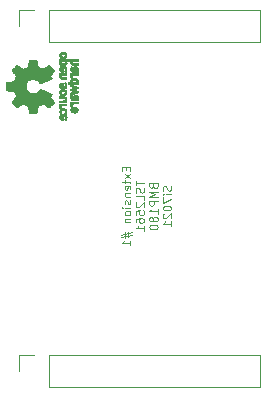
<source format=gbo>
G04 #@! TF.FileFunction,Legend,Bot*
%FSLAX46Y46*%
G04 Gerber Fmt 4.6, Leading zero omitted, Abs format (unit mm)*
G04 Created by KiCad (PCBNEW 4.0.7-e2-6376~58~ubuntu17.04.1) date Fri Oct 27 10:19:20 2017*
%MOMM*%
%LPD*%
G01*
G04 APERTURE LIST*
%ADD10C,0.100000*%
%ADD11C,0.120000*%
%ADD12C,0.010000*%
G04 APERTURE END LIST*
D10*
X175390000Y-118001668D02*
X175390000Y-118235001D01*
X175756667Y-118335001D02*
X175756667Y-118001668D01*
X175056667Y-118001668D01*
X175056667Y-118335001D01*
X175756667Y-118568334D02*
X175290000Y-118935001D01*
X175290000Y-118568334D02*
X175756667Y-118935001D01*
X175290000Y-119101668D02*
X175290000Y-119368334D01*
X175056667Y-119201668D02*
X175656667Y-119201668D01*
X175723333Y-119235001D01*
X175756667Y-119301668D01*
X175756667Y-119368334D01*
X175723333Y-119868334D02*
X175756667Y-119801668D01*
X175756667Y-119668334D01*
X175723333Y-119601668D01*
X175656667Y-119568334D01*
X175390000Y-119568334D01*
X175323333Y-119601668D01*
X175290000Y-119668334D01*
X175290000Y-119801668D01*
X175323333Y-119868334D01*
X175390000Y-119901668D01*
X175456667Y-119901668D01*
X175523333Y-119568334D01*
X175290000Y-120201668D02*
X175756667Y-120201668D01*
X175356667Y-120201668D02*
X175323333Y-120235001D01*
X175290000Y-120301668D01*
X175290000Y-120401668D01*
X175323333Y-120468334D01*
X175390000Y-120501668D01*
X175756667Y-120501668D01*
X175723333Y-120801667D02*
X175756667Y-120868334D01*
X175756667Y-121001667D01*
X175723333Y-121068334D01*
X175656667Y-121101667D01*
X175623333Y-121101667D01*
X175556667Y-121068334D01*
X175523333Y-121001667D01*
X175523333Y-120901667D01*
X175490000Y-120835001D01*
X175423333Y-120801667D01*
X175390000Y-120801667D01*
X175323333Y-120835001D01*
X175290000Y-120901667D01*
X175290000Y-121001667D01*
X175323333Y-121068334D01*
X175756667Y-121401668D02*
X175290000Y-121401668D01*
X175056667Y-121401668D02*
X175090000Y-121368334D01*
X175123333Y-121401668D01*
X175090000Y-121435001D01*
X175056667Y-121401668D01*
X175123333Y-121401668D01*
X175756667Y-121835001D02*
X175723333Y-121768334D01*
X175690000Y-121735001D01*
X175623333Y-121701667D01*
X175423333Y-121701667D01*
X175356667Y-121735001D01*
X175323333Y-121768334D01*
X175290000Y-121835001D01*
X175290000Y-121935001D01*
X175323333Y-122001667D01*
X175356667Y-122035001D01*
X175423333Y-122068334D01*
X175623333Y-122068334D01*
X175690000Y-122035001D01*
X175723333Y-122001667D01*
X175756667Y-121935001D01*
X175756667Y-121835001D01*
X175290000Y-122368334D02*
X175756667Y-122368334D01*
X175356667Y-122368334D02*
X175323333Y-122401667D01*
X175290000Y-122468334D01*
X175290000Y-122568334D01*
X175323333Y-122635000D01*
X175390000Y-122668334D01*
X175756667Y-122668334D01*
X175290000Y-123501666D02*
X175290000Y-124001666D01*
X174990000Y-123701666D02*
X175890000Y-123501666D01*
X175590000Y-123935000D02*
X175590000Y-123435000D01*
X175890000Y-123735000D02*
X174990000Y-123935000D01*
X175756667Y-124601666D02*
X175756667Y-124201666D01*
X175756667Y-124401666D02*
X175056667Y-124401666D01*
X175156667Y-124335000D01*
X175223333Y-124268333D01*
X175256667Y-124201666D01*
X176206667Y-119135000D02*
X176206667Y-119535000D01*
X176906667Y-119335000D02*
X176206667Y-119335000D01*
X176873333Y-119734999D02*
X176906667Y-119834999D01*
X176906667Y-120001666D01*
X176873333Y-120068333D01*
X176840000Y-120101666D01*
X176773333Y-120134999D01*
X176706667Y-120134999D01*
X176640000Y-120101666D01*
X176606667Y-120068333D01*
X176573333Y-120001666D01*
X176540000Y-119868333D01*
X176506667Y-119801666D01*
X176473333Y-119768333D01*
X176406667Y-119734999D01*
X176340000Y-119734999D01*
X176273333Y-119768333D01*
X176240000Y-119801666D01*
X176206667Y-119868333D01*
X176206667Y-120034999D01*
X176240000Y-120134999D01*
X176906667Y-120768333D02*
X176906667Y-120435000D01*
X176206667Y-120435000D01*
X176273333Y-120968333D02*
X176240000Y-121001667D01*
X176206667Y-121068333D01*
X176206667Y-121235000D01*
X176240000Y-121301667D01*
X176273333Y-121335000D01*
X176340000Y-121368333D01*
X176406667Y-121368333D01*
X176506667Y-121335000D01*
X176906667Y-120935000D01*
X176906667Y-121368333D01*
X176206667Y-122001667D02*
X176206667Y-121668334D01*
X176540000Y-121635000D01*
X176506667Y-121668334D01*
X176473333Y-121735000D01*
X176473333Y-121901667D01*
X176506667Y-121968334D01*
X176540000Y-122001667D01*
X176606667Y-122035000D01*
X176773333Y-122035000D01*
X176840000Y-122001667D01*
X176873333Y-121968334D01*
X176906667Y-121901667D01*
X176906667Y-121735000D01*
X176873333Y-121668334D01*
X176840000Y-121635000D01*
X176206667Y-122635001D02*
X176206667Y-122501667D01*
X176240000Y-122435001D01*
X176273333Y-122401667D01*
X176373333Y-122335001D01*
X176506667Y-122301667D01*
X176773333Y-122301667D01*
X176840000Y-122335001D01*
X176873333Y-122368334D01*
X176906667Y-122435001D01*
X176906667Y-122568334D01*
X176873333Y-122635001D01*
X176840000Y-122668334D01*
X176773333Y-122701667D01*
X176606667Y-122701667D01*
X176540000Y-122668334D01*
X176506667Y-122635001D01*
X176473333Y-122568334D01*
X176473333Y-122435001D01*
X176506667Y-122368334D01*
X176540000Y-122335001D01*
X176606667Y-122301667D01*
X176906667Y-123368334D02*
X176906667Y-122968334D01*
X176906667Y-123168334D02*
X176206667Y-123168334D01*
X176306667Y-123101668D01*
X176373333Y-123035001D01*
X176406667Y-122968334D01*
X177690000Y-119585000D02*
X177723333Y-119685000D01*
X177756667Y-119718333D01*
X177823333Y-119751667D01*
X177923333Y-119751667D01*
X177990000Y-119718333D01*
X178023333Y-119685000D01*
X178056667Y-119618333D01*
X178056667Y-119351667D01*
X177356667Y-119351667D01*
X177356667Y-119585000D01*
X177390000Y-119651667D01*
X177423333Y-119685000D01*
X177490000Y-119718333D01*
X177556667Y-119718333D01*
X177623333Y-119685000D01*
X177656667Y-119651667D01*
X177690000Y-119585000D01*
X177690000Y-119351667D01*
X178056667Y-120051667D02*
X177356667Y-120051667D01*
X177856667Y-120285000D01*
X177356667Y-120518333D01*
X178056667Y-120518333D01*
X178056667Y-120851667D02*
X177356667Y-120851667D01*
X177356667Y-121118333D01*
X177390000Y-121185000D01*
X177423333Y-121218333D01*
X177490000Y-121251667D01*
X177590000Y-121251667D01*
X177656667Y-121218333D01*
X177690000Y-121185000D01*
X177723333Y-121118333D01*
X177723333Y-120851667D01*
X178056667Y-121918333D02*
X178056667Y-121518333D01*
X178056667Y-121718333D02*
X177356667Y-121718333D01*
X177456667Y-121651667D01*
X177523333Y-121585000D01*
X177556667Y-121518333D01*
X177656667Y-122318334D02*
X177623333Y-122251667D01*
X177590000Y-122218334D01*
X177523333Y-122185000D01*
X177490000Y-122185000D01*
X177423333Y-122218334D01*
X177390000Y-122251667D01*
X177356667Y-122318334D01*
X177356667Y-122451667D01*
X177390000Y-122518334D01*
X177423333Y-122551667D01*
X177490000Y-122585000D01*
X177523333Y-122585000D01*
X177590000Y-122551667D01*
X177623333Y-122518334D01*
X177656667Y-122451667D01*
X177656667Y-122318334D01*
X177690000Y-122251667D01*
X177723333Y-122218334D01*
X177790000Y-122185000D01*
X177923333Y-122185000D01*
X177990000Y-122218334D01*
X178023333Y-122251667D01*
X178056667Y-122318334D01*
X178056667Y-122451667D01*
X178023333Y-122518334D01*
X177990000Y-122551667D01*
X177923333Y-122585000D01*
X177790000Y-122585000D01*
X177723333Y-122551667D01*
X177690000Y-122518334D01*
X177656667Y-122451667D01*
X177356667Y-123018334D02*
X177356667Y-123085001D01*
X177390000Y-123151667D01*
X177423333Y-123185001D01*
X177490000Y-123218334D01*
X177623333Y-123251667D01*
X177790000Y-123251667D01*
X177923333Y-123218334D01*
X177990000Y-123185001D01*
X178023333Y-123151667D01*
X178056667Y-123085001D01*
X178056667Y-123018334D01*
X178023333Y-122951667D01*
X177990000Y-122918334D01*
X177923333Y-122885001D01*
X177790000Y-122851667D01*
X177623333Y-122851667D01*
X177490000Y-122885001D01*
X177423333Y-122918334D01*
X177390000Y-122951667D01*
X177356667Y-123018334D01*
X179173333Y-119584999D02*
X179206667Y-119684999D01*
X179206667Y-119851666D01*
X179173333Y-119918333D01*
X179140000Y-119951666D01*
X179073333Y-119984999D01*
X179006667Y-119984999D01*
X178940000Y-119951666D01*
X178906667Y-119918333D01*
X178873333Y-119851666D01*
X178840000Y-119718333D01*
X178806667Y-119651666D01*
X178773333Y-119618333D01*
X178706667Y-119584999D01*
X178640000Y-119584999D01*
X178573333Y-119618333D01*
X178540000Y-119651666D01*
X178506667Y-119718333D01*
X178506667Y-119884999D01*
X178540000Y-119984999D01*
X179206667Y-120285000D02*
X178740000Y-120285000D01*
X178506667Y-120285000D02*
X178540000Y-120251666D01*
X178573333Y-120285000D01*
X178540000Y-120318333D01*
X178506667Y-120285000D01*
X178573333Y-120285000D01*
X178506667Y-120551666D02*
X178506667Y-121018333D01*
X179206667Y-120718333D01*
X178506667Y-121418333D02*
X178506667Y-121485000D01*
X178540000Y-121551666D01*
X178573333Y-121585000D01*
X178640000Y-121618333D01*
X178773333Y-121651666D01*
X178940000Y-121651666D01*
X179073333Y-121618333D01*
X179140000Y-121585000D01*
X179173333Y-121551666D01*
X179206667Y-121485000D01*
X179206667Y-121418333D01*
X179173333Y-121351666D01*
X179140000Y-121318333D01*
X179073333Y-121285000D01*
X178940000Y-121251666D01*
X178773333Y-121251666D01*
X178640000Y-121285000D01*
X178573333Y-121318333D01*
X178540000Y-121351666D01*
X178506667Y-121418333D01*
X178573333Y-121918333D02*
X178540000Y-121951667D01*
X178506667Y-122018333D01*
X178506667Y-122185000D01*
X178540000Y-122251667D01*
X178573333Y-122285000D01*
X178640000Y-122318333D01*
X178706667Y-122318333D01*
X178806667Y-122285000D01*
X179206667Y-121885000D01*
X179206667Y-122318333D01*
X179206667Y-122985000D02*
X179206667Y-122585000D01*
X179206667Y-122785000D02*
X178506667Y-122785000D01*
X178606667Y-122718334D01*
X178673333Y-122651667D01*
X178706667Y-122585000D01*
D11*
X168910000Y-133925000D02*
X186750000Y-133925000D01*
X186750000Y-133925000D02*
X186750000Y-136585000D01*
X186750000Y-136585000D02*
X168910000Y-136585000D01*
X168910000Y-136585000D02*
X168910000Y-133925000D01*
X167640000Y-133925000D02*
X166310000Y-133925000D01*
X166310000Y-133925000D02*
X166310000Y-135255000D01*
X168910000Y-104715000D02*
X186750000Y-104715000D01*
X186750000Y-104715000D02*
X186750000Y-107375000D01*
X186750000Y-107375000D02*
X168910000Y-107375000D01*
X168910000Y-107375000D02*
X168910000Y-104715000D01*
X167640000Y-104715000D02*
X166310000Y-104715000D01*
X166310000Y-104715000D02*
X166310000Y-106045000D01*
D12*
G36*
X169744184Y-109216241D02*
X169757282Y-109242753D01*
X169780106Y-109275447D01*
X169804996Y-109299275D01*
X169836249Y-109315594D01*
X169878166Y-109325760D01*
X169935044Y-109331128D01*
X170011184Y-109333056D01*
X170043917Y-109333169D01*
X170115656Y-109332839D01*
X170166927Y-109331473D01*
X170202404Y-109328500D01*
X170226763Y-109323351D01*
X170244680Y-109315457D01*
X170256902Y-109307243D01*
X170308905Y-109254813D01*
X170340184Y-109193070D01*
X170349592Y-109126464D01*
X170335980Y-109059442D01*
X170326354Y-109038208D01*
X170299859Y-108987376D01*
X170715052Y-108987376D01*
X170695868Y-109024475D01*
X170681025Y-109073357D01*
X170677222Y-109133439D01*
X170684243Y-109193436D01*
X170700013Y-109238744D01*
X170730047Y-109276325D01*
X170773024Y-109308436D01*
X170777436Y-109310850D01*
X170798221Y-109321033D01*
X170819170Y-109328470D01*
X170844548Y-109333589D01*
X170878618Y-109336819D01*
X170925641Y-109338587D01*
X170989882Y-109339323D01*
X171062176Y-109339456D01*
X171292822Y-109339456D01*
X171292822Y-109201139D01*
X170867533Y-109201139D01*
X170834979Y-109162451D01*
X170808940Y-109122262D01*
X170804205Y-109084203D01*
X170816389Y-109045934D01*
X170828320Y-109025538D01*
X170845313Y-109010358D01*
X170870995Y-108999562D01*
X170908991Y-108992317D01*
X170962926Y-108987792D01*
X171036425Y-108985156D01*
X171085347Y-108984228D01*
X171286535Y-108981089D01*
X171290336Y-108915074D01*
X171294136Y-108849060D01*
X170045650Y-108849060D01*
X170045650Y-108987376D01*
X170115254Y-108990903D01*
X170163569Y-109002785D01*
X170193631Y-109024980D01*
X170208471Y-109059441D01*
X170211436Y-109094258D01*
X170208028Y-109133671D01*
X170194617Y-109159829D01*
X170176896Y-109176186D01*
X170157835Y-109189063D01*
X170136601Y-109196728D01*
X170106849Y-109200139D01*
X170062236Y-109200251D01*
X170024880Y-109199103D01*
X169968604Y-109196468D01*
X169931658Y-109192544D01*
X169908223Y-109185937D01*
X169892480Y-109175251D01*
X169883380Y-109165167D01*
X169863537Y-109123030D01*
X169860332Y-109073160D01*
X169867168Y-109044524D01*
X169891464Y-109016172D01*
X169938728Y-108997391D01*
X170008624Y-108988288D01*
X170045650Y-108987376D01*
X170045650Y-108849060D01*
X169733614Y-108849060D01*
X169733614Y-108918218D01*
X169735256Y-108959740D01*
X169741087Y-108981162D01*
X169752461Y-108987374D01*
X169752798Y-108987376D01*
X169763938Y-108990258D01*
X169762673Y-109002970D01*
X169750433Y-109028243D01*
X169731707Y-109087131D01*
X169729739Y-109153385D01*
X169744184Y-109216241D01*
X169744184Y-109216241D01*
G37*
X169744184Y-109216241D02*
X169757282Y-109242753D01*
X169780106Y-109275447D01*
X169804996Y-109299275D01*
X169836249Y-109315594D01*
X169878166Y-109325760D01*
X169935044Y-109331128D01*
X170011184Y-109333056D01*
X170043917Y-109333169D01*
X170115656Y-109332839D01*
X170166927Y-109331473D01*
X170202404Y-109328500D01*
X170226763Y-109323351D01*
X170244680Y-109315457D01*
X170256902Y-109307243D01*
X170308905Y-109254813D01*
X170340184Y-109193070D01*
X170349592Y-109126464D01*
X170335980Y-109059442D01*
X170326354Y-109038208D01*
X170299859Y-108987376D01*
X170715052Y-108987376D01*
X170695868Y-109024475D01*
X170681025Y-109073357D01*
X170677222Y-109133439D01*
X170684243Y-109193436D01*
X170700013Y-109238744D01*
X170730047Y-109276325D01*
X170773024Y-109308436D01*
X170777436Y-109310850D01*
X170798221Y-109321033D01*
X170819170Y-109328470D01*
X170844548Y-109333589D01*
X170878618Y-109336819D01*
X170925641Y-109338587D01*
X170989882Y-109339323D01*
X171062176Y-109339456D01*
X171292822Y-109339456D01*
X171292822Y-109201139D01*
X170867533Y-109201139D01*
X170834979Y-109162451D01*
X170808940Y-109122262D01*
X170804205Y-109084203D01*
X170816389Y-109045934D01*
X170828320Y-109025538D01*
X170845313Y-109010358D01*
X170870995Y-108999562D01*
X170908991Y-108992317D01*
X170962926Y-108987792D01*
X171036425Y-108985156D01*
X171085347Y-108984228D01*
X171286535Y-108981089D01*
X171290336Y-108915074D01*
X171294136Y-108849060D01*
X170045650Y-108849060D01*
X170045650Y-108987376D01*
X170115254Y-108990903D01*
X170163569Y-109002785D01*
X170193631Y-109024980D01*
X170208471Y-109059441D01*
X170211436Y-109094258D01*
X170208028Y-109133671D01*
X170194617Y-109159829D01*
X170176896Y-109176186D01*
X170157835Y-109189063D01*
X170136601Y-109196728D01*
X170106849Y-109200139D01*
X170062236Y-109200251D01*
X170024880Y-109199103D01*
X169968604Y-109196468D01*
X169931658Y-109192544D01*
X169908223Y-109185937D01*
X169892480Y-109175251D01*
X169883380Y-109165167D01*
X169863537Y-109123030D01*
X169860332Y-109073160D01*
X169867168Y-109044524D01*
X169891464Y-109016172D01*
X169938728Y-108997391D01*
X170008624Y-108988288D01*
X170045650Y-108987376D01*
X170045650Y-108849060D01*
X169733614Y-108849060D01*
X169733614Y-108918218D01*
X169735256Y-108959740D01*
X169741087Y-108981162D01*
X169752461Y-108987374D01*
X169752798Y-108987376D01*
X169763938Y-108990258D01*
X169762673Y-109002970D01*
X169750433Y-109028243D01*
X169731707Y-109087131D01*
X169729739Y-109153385D01*
X169744184Y-109216241D01*
G36*
X170681555Y-109740790D02*
X170697339Y-109799945D01*
X170725948Y-109844977D01*
X170763419Y-109876754D01*
X170779411Y-109886634D01*
X170796163Y-109893927D01*
X170817592Y-109899026D01*
X170847616Y-109902321D01*
X170890154Y-109904203D01*
X170949122Y-109905063D01*
X171028440Y-109905293D01*
X171049484Y-109905297D01*
X171292822Y-109905297D01*
X171292822Y-109844941D01*
X171290126Y-109806443D01*
X171283295Y-109777977D01*
X171279083Y-109770845D01*
X171271813Y-109751348D01*
X171279083Y-109731434D01*
X171288160Y-109698647D01*
X171291813Y-109651022D01*
X171290228Y-109598236D01*
X171283589Y-109549964D01*
X171275072Y-109521782D01*
X171240063Y-109467247D01*
X171191479Y-109433165D01*
X171126882Y-109417843D01*
X171125223Y-109417701D01*
X171096566Y-109419045D01*
X171096566Y-109540644D01*
X171129161Y-109551274D01*
X171147505Y-109568590D01*
X171161379Y-109603348D01*
X171166917Y-109649227D01*
X171164191Y-109696012D01*
X171153274Y-109733486D01*
X171146269Y-109743985D01*
X171113904Y-109762332D01*
X171077111Y-109766980D01*
X171028763Y-109766980D01*
X171028763Y-109697418D01*
X171033850Y-109631333D01*
X171048263Y-109581236D01*
X171070729Y-109550071D01*
X171096566Y-109540644D01*
X171096566Y-109419045D01*
X171054647Y-109421013D01*
X170998845Y-109444290D01*
X170956647Y-109488052D01*
X170952808Y-109494101D01*
X170940309Y-109520093D01*
X170932740Y-109552265D01*
X170929061Y-109597240D01*
X170928216Y-109650669D01*
X170928169Y-109766980D01*
X170879411Y-109766980D01*
X170841581Y-109762047D01*
X170816236Y-109749457D01*
X170814887Y-109747983D01*
X170803800Y-109719966D01*
X170799503Y-109677674D01*
X170801615Y-109630936D01*
X170809756Y-109589582D01*
X170821965Y-109565043D01*
X170831746Y-109551747D01*
X170833613Y-109537706D01*
X170825600Y-109518329D01*
X170805739Y-109489024D01*
X170772063Y-109445197D01*
X170768909Y-109441175D01*
X170757236Y-109443236D01*
X170737822Y-109460432D01*
X170716248Y-109486567D01*
X170698096Y-109515448D01*
X170693809Y-109524522D01*
X170685256Y-109557620D01*
X170679155Y-109606120D01*
X170676708Y-109660305D01*
X170676703Y-109662839D01*
X170681555Y-109740790D01*
X170681555Y-109740790D01*
G37*
X170681555Y-109740790D02*
X170697339Y-109799945D01*
X170725948Y-109844977D01*
X170763419Y-109876754D01*
X170779411Y-109886634D01*
X170796163Y-109893927D01*
X170817592Y-109899026D01*
X170847616Y-109902321D01*
X170890154Y-109904203D01*
X170949122Y-109905063D01*
X171028440Y-109905293D01*
X171049484Y-109905297D01*
X171292822Y-109905297D01*
X171292822Y-109844941D01*
X171290126Y-109806443D01*
X171283295Y-109777977D01*
X171279083Y-109770845D01*
X171271813Y-109751348D01*
X171279083Y-109731434D01*
X171288160Y-109698647D01*
X171291813Y-109651022D01*
X171290228Y-109598236D01*
X171283589Y-109549964D01*
X171275072Y-109521782D01*
X171240063Y-109467247D01*
X171191479Y-109433165D01*
X171126882Y-109417843D01*
X171125223Y-109417701D01*
X171096566Y-109419045D01*
X171096566Y-109540644D01*
X171129161Y-109551274D01*
X171147505Y-109568590D01*
X171161379Y-109603348D01*
X171166917Y-109649227D01*
X171164191Y-109696012D01*
X171153274Y-109733486D01*
X171146269Y-109743985D01*
X171113904Y-109762332D01*
X171077111Y-109766980D01*
X171028763Y-109766980D01*
X171028763Y-109697418D01*
X171033850Y-109631333D01*
X171048263Y-109581236D01*
X171070729Y-109550071D01*
X171096566Y-109540644D01*
X171096566Y-109419045D01*
X171054647Y-109421013D01*
X170998845Y-109444290D01*
X170956647Y-109488052D01*
X170952808Y-109494101D01*
X170940309Y-109520093D01*
X170932740Y-109552265D01*
X170929061Y-109597240D01*
X170928216Y-109650669D01*
X170928169Y-109766980D01*
X170879411Y-109766980D01*
X170841581Y-109762047D01*
X170816236Y-109749457D01*
X170814887Y-109747983D01*
X170803800Y-109719966D01*
X170799503Y-109677674D01*
X170801615Y-109630936D01*
X170809756Y-109589582D01*
X170821965Y-109565043D01*
X170831746Y-109551747D01*
X170833613Y-109537706D01*
X170825600Y-109518329D01*
X170805739Y-109489024D01*
X170772063Y-109445197D01*
X170768909Y-109441175D01*
X170757236Y-109443236D01*
X170737822Y-109460432D01*
X170716248Y-109486567D01*
X170698096Y-109515448D01*
X170693809Y-109524522D01*
X170685256Y-109557620D01*
X170679155Y-109606120D01*
X170676708Y-109660305D01*
X170676703Y-109662839D01*
X170681555Y-109740790D01*
G36*
X170678020Y-110131644D02*
X170683660Y-110150461D01*
X170696053Y-110156527D01*
X170701647Y-110156782D01*
X170717230Y-110157871D01*
X170719676Y-110165368D01*
X170708993Y-110185619D01*
X170701694Y-110197649D01*
X170686063Y-110235600D01*
X170678334Y-110280928D01*
X170677740Y-110328456D01*
X170683513Y-110373005D01*
X170694884Y-110409398D01*
X170711088Y-110432457D01*
X170731355Y-110437004D01*
X170736843Y-110434709D01*
X170759626Y-110417980D01*
X170787647Y-110392037D01*
X170792177Y-110387345D01*
X170813005Y-110362617D01*
X170819735Y-110341282D01*
X170815038Y-110311445D01*
X170811917Y-110299492D01*
X170804421Y-110262295D01*
X170807792Y-110236141D01*
X170819681Y-110214054D01*
X170835635Y-110193822D01*
X170855700Y-110178921D01*
X170883702Y-110168566D01*
X170923467Y-110161971D01*
X170978823Y-110158351D01*
X171053594Y-110156922D01*
X171098740Y-110156782D01*
X171292822Y-110156782D01*
X171292822Y-110031040D01*
X170676683Y-110031040D01*
X170676683Y-110093911D01*
X170678020Y-110131644D01*
X170678020Y-110131644D01*
G37*
X170678020Y-110131644D02*
X170683660Y-110150461D01*
X170696053Y-110156527D01*
X170701647Y-110156782D01*
X170717230Y-110157871D01*
X170719676Y-110165368D01*
X170708993Y-110185619D01*
X170701694Y-110197649D01*
X170686063Y-110235600D01*
X170678334Y-110280928D01*
X170677740Y-110328456D01*
X170683513Y-110373005D01*
X170694884Y-110409398D01*
X170711088Y-110432457D01*
X170731355Y-110437004D01*
X170736843Y-110434709D01*
X170759626Y-110417980D01*
X170787647Y-110392037D01*
X170792177Y-110387345D01*
X170813005Y-110362617D01*
X170819735Y-110341282D01*
X170815038Y-110311445D01*
X170811917Y-110299492D01*
X170804421Y-110262295D01*
X170807792Y-110236141D01*
X170819681Y-110214054D01*
X170835635Y-110193822D01*
X170855700Y-110178921D01*
X170883702Y-110168566D01*
X170923467Y-110161971D01*
X170978823Y-110158351D01*
X171053594Y-110156922D01*
X171098740Y-110156782D01*
X171292822Y-110156782D01*
X171292822Y-110031040D01*
X170676683Y-110031040D01*
X170676683Y-110093911D01*
X170678020Y-110131644D01*
G36*
X171292822Y-110923812D02*
X171292822Y-110854654D01*
X171291645Y-110814512D01*
X171286772Y-110793606D01*
X171276186Y-110786078D01*
X171269029Y-110785495D01*
X171254676Y-110784226D01*
X171251923Y-110776221D01*
X171260771Y-110755185D01*
X171269029Y-110738827D01*
X171288597Y-110676023D01*
X171289729Y-110607752D01*
X171275135Y-110552248D01*
X171239877Y-110500562D01*
X171187835Y-110461162D01*
X171126450Y-110439587D01*
X171123018Y-110439038D01*
X171085571Y-110435833D01*
X171031813Y-110434239D01*
X170991155Y-110434367D01*
X170991155Y-110571721D01*
X171045194Y-110574903D01*
X171089735Y-110582141D01*
X171114888Y-110591940D01*
X171149260Y-110629011D01*
X171161582Y-110673026D01*
X171151618Y-110718416D01*
X171121895Y-110757203D01*
X171101905Y-110771892D01*
X171078050Y-110780481D01*
X171043230Y-110784504D01*
X170990930Y-110785495D01*
X170939139Y-110783722D01*
X170893634Y-110779037D01*
X170863181Y-110772397D01*
X170860452Y-110771290D01*
X170828000Y-110744509D01*
X170810183Y-110705421D01*
X170807306Y-110661685D01*
X170819674Y-110620962D01*
X170847593Y-110590913D01*
X170853148Y-110587796D01*
X170887022Y-110578039D01*
X170935728Y-110572723D01*
X170991155Y-110571721D01*
X170991155Y-110434367D01*
X170970540Y-110434432D01*
X170937563Y-110435336D01*
X170855981Y-110441486D01*
X170794730Y-110454267D01*
X170749449Y-110475529D01*
X170715779Y-110507122D01*
X170696014Y-110537793D01*
X170682120Y-110580646D01*
X170677354Y-110633944D01*
X170681236Y-110688520D01*
X170693282Y-110735208D01*
X170707693Y-110759876D01*
X170730878Y-110785495D01*
X170437773Y-110785495D01*
X170437773Y-110923812D01*
X171292822Y-110923812D01*
X171292822Y-110923812D01*
G37*
X171292822Y-110923812D02*
X171292822Y-110854654D01*
X171291645Y-110814512D01*
X171286772Y-110793606D01*
X171276186Y-110786078D01*
X171269029Y-110785495D01*
X171254676Y-110784226D01*
X171251923Y-110776221D01*
X171260771Y-110755185D01*
X171269029Y-110738827D01*
X171288597Y-110676023D01*
X171289729Y-110607752D01*
X171275135Y-110552248D01*
X171239877Y-110500562D01*
X171187835Y-110461162D01*
X171126450Y-110439587D01*
X171123018Y-110439038D01*
X171085571Y-110435833D01*
X171031813Y-110434239D01*
X170991155Y-110434367D01*
X170991155Y-110571721D01*
X171045194Y-110574903D01*
X171089735Y-110582141D01*
X171114888Y-110591940D01*
X171149260Y-110629011D01*
X171161582Y-110673026D01*
X171151618Y-110718416D01*
X171121895Y-110757203D01*
X171101905Y-110771892D01*
X171078050Y-110780481D01*
X171043230Y-110784504D01*
X170990930Y-110785495D01*
X170939139Y-110783722D01*
X170893634Y-110779037D01*
X170863181Y-110772397D01*
X170860452Y-110771290D01*
X170828000Y-110744509D01*
X170810183Y-110705421D01*
X170807306Y-110661685D01*
X170819674Y-110620962D01*
X170847593Y-110590913D01*
X170853148Y-110587796D01*
X170887022Y-110578039D01*
X170935728Y-110572723D01*
X170991155Y-110571721D01*
X170991155Y-110434367D01*
X170970540Y-110434432D01*
X170937563Y-110435336D01*
X170855981Y-110441486D01*
X170794730Y-110454267D01*
X170749449Y-110475529D01*
X170715779Y-110507122D01*
X170696014Y-110537793D01*
X170682120Y-110580646D01*
X170677354Y-110633944D01*
X170681236Y-110688520D01*
X170693282Y-110735208D01*
X170707693Y-110759876D01*
X170730878Y-110785495D01*
X170437773Y-110785495D01*
X170437773Y-110923812D01*
X171292822Y-110923812D01*
G36*
X170679237Y-111406524D02*
X170682971Y-111456255D01*
X171072773Y-111586291D01*
X171003614Y-111606678D01*
X170960874Y-111618946D01*
X170903115Y-111635085D01*
X170839625Y-111652512D01*
X170805570Y-111661726D01*
X170676683Y-111696388D01*
X170676683Y-111839391D01*
X170811857Y-111796646D01*
X170878342Y-111775596D01*
X170958539Y-111750167D01*
X171042193Y-111723610D01*
X171116782Y-111699902D01*
X171286535Y-111645902D01*
X171290328Y-111587598D01*
X171294122Y-111529295D01*
X171189734Y-111497679D01*
X171124889Y-111478182D01*
X171053400Y-111456904D01*
X170990263Y-111438308D01*
X170987750Y-111437574D01*
X170944969Y-111423684D01*
X170915779Y-111411429D01*
X170904741Y-111402846D01*
X170906018Y-111401082D01*
X170923130Y-111394891D01*
X170959787Y-111383128D01*
X171011378Y-111367225D01*
X171073294Y-111348614D01*
X171107352Y-111338543D01*
X171292822Y-111284007D01*
X171292822Y-111168264D01*
X171000471Y-111075737D01*
X170918462Y-111049744D01*
X170843987Y-111026066D01*
X170780544Y-111005820D01*
X170731632Y-110990126D01*
X170700749Y-110980102D01*
X170691726Y-110977055D01*
X170682487Y-110979467D01*
X170678441Y-110998408D01*
X170678846Y-111037823D01*
X170679152Y-111043993D01*
X170682971Y-111117086D01*
X170859010Y-111164957D01*
X170923211Y-111182553D01*
X170979649Y-111198277D01*
X171023422Y-111210746D01*
X171049630Y-111218574D01*
X171053903Y-111220020D01*
X171048990Y-111226014D01*
X171023532Y-111238101D01*
X170980997Y-111254893D01*
X170924850Y-111275003D01*
X170874130Y-111292003D01*
X170675504Y-111356794D01*
X170679237Y-111406524D01*
X170679237Y-111406524D01*
G37*
X170679237Y-111406524D02*
X170682971Y-111456255D01*
X171072773Y-111586291D01*
X171003614Y-111606678D01*
X170960874Y-111618946D01*
X170903115Y-111635085D01*
X170839625Y-111652512D01*
X170805570Y-111661726D01*
X170676683Y-111696388D01*
X170676683Y-111839391D01*
X170811857Y-111796646D01*
X170878342Y-111775596D01*
X170958539Y-111750167D01*
X171042193Y-111723610D01*
X171116782Y-111699902D01*
X171286535Y-111645902D01*
X171290328Y-111587598D01*
X171294122Y-111529295D01*
X171189734Y-111497679D01*
X171124889Y-111478182D01*
X171053400Y-111456904D01*
X170990263Y-111438308D01*
X170987750Y-111437574D01*
X170944969Y-111423684D01*
X170915779Y-111411429D01*
X170904741Y-111402846D01*
X170906018Y-111401082D01*
X170923130Y-111394891D01*
X170959787Y-111383128D01*
X171011378Y-111367225D01*
X171073294Y-111348614D01*
X171107352Y-111338543D01*
X171292822Y-111284007D01*
X171292822Y-111168264D01*
X171000471Y-111075737D01*
X170918462Y-111049744D01*
X170843987Y-111026066D01*
X170780544Y-111005820D01*
X170731632Y-110990126D01*
X170700749Y-110980102D01*
X170691726Y-110977055D01*
X170682487Y-110979467D01*
X170678441Y-110998408D01*
X170678846Y-111037823D01*
X170679152Y-111043993D01*
X170682971Y-111117086D01*
X170859010Y-111164957D01*
X170923211Y-111182553D01*
X170979649Y-111198277D01*
X171023422Y-111210746D01*
X171049630Y-111218574D01*
X171053903Y-111220020D01*
X171048990Y-111226014D01*
X171023532Y-111238101D01*
X170980997Y-111254893D01*
X170924850Y-111275003D01*
X170874130Y-111292003D01*
X170675504Y-111356794D01*
X170679237Y-111406524D01*
G36*
X170680417Y-112163411D02*
X170693290Y-112216411D01*
X170700110Y-112231731D01*
X170717974Y-112261428D01*
X170738093Y-112284220D01*
X170763962Y-112301083D01*
X170799073Y-112312998D01*
X170846920Y-112320942D01*
X170910996Y-112325894D01*
X170994794Y-112328831D01*
X171050768Y-112329947D01*
X171292822Y-112334052D01*
X171292822Y-112263932D01*
X171291038Y-112221393D01*
X171284942Y-112199476D01*
X171274706Y-112193812D01*
X171263637Y-112190821D01*
X171265754Y-112177451D01*
X171274629Y-112159233D01*
X171288233Y-112113624D01*
X171291899Y-112055007D01*
X171285903Y-111993354D01*
X171270521Y-111938638D01*
X171268386Y-111933730D01*
X171233255Y-111883723D01*
X171184419Y-111850756D01*
X171127333Y-111835587D01*
X171106824Y-111836746D01*
X171106824Y-111960508D01*
X171134425Y-111971413D01*
X171154204Y-112003745D01*
X171164819Y-112055910D01*
X171166228Y-112083787D01*
X171162620Y-112130247D01*
X171148597Y-112161129D01*
X171141931Y-112168664D01*
X171105666Y-112189076D01*
X171072773Y-112193812D01*
X171028763Y-112193812D01*
X171028763Y-112132513D01*
X171032395Y-112061256D01*
X171043818Y-112011276D01*
X171063824Y-111979696D01*
X171072743Y-111972626D01*
X171106824Y-111960508D01*
X171106824Y-111836746D01*
X171067456Y-111838971D01*
X171010244Y-111861663D01*
X170971580Y-111892624D01*
X170954864Y-111911376D01*
X170943878Y-111929733D01*
X170937180Y-111953619D01*
X170933326Y-111988957D01*
X170930873Y-112041669D01*
X170930168Y-112062577D01*
X170925879Y-112193812D01*
X170886158Y-112193620D01*
X170844405Y-112188537D01*
X170819158Y-112170162D01*
X170803030Y-112133039D01*
X170802742Y-112132043D01*
X170796400Y-112079410D01*
X170804684Y-112027906D01*
X170824827Y-111989630D01*
X170834773Y-111974272D01*
X170833397Y-111957730D01*
X170818987Y-111932275D01*
X170808817Y-111917328D01*
X170787088Y-111888091D01*
X170770800Y-111869980D01*
X170766137Y-111867074D01*
X170742005Y-111879040D01*
X170713185Y-111914396D01*
X170703461Y-111929753D01*
X170686714Y-111973901D01*
X170677227Y-112033398D01*
X170675095Y-112099487D01*
X170680417Y-112163411D01*
X170680417Y-112163411D01*
G37*
X170680417Y-112163411D02*
X170693290Y-112216411D01*
X170700110Y-112231731D01*
X170717974Y-112261428D01*
X170738093Y-112284220D01*
X170763962Y-112301083D01*
X170799073Y-112312998D01*
X170846920Y-112320942D01*
X170910996Y-112325894D01*
X170994794Y-112328831D01*
X171050768Y-112329947D01*
X171292822Y-112334052D01*
X171292822Y-112263932D01*
X171291038Y-112221393D01*
X171284942Y-112199476D01*
X171274706Y-112193812D01*
X171263637Y-112190821D01*
X171265754Y-112177451D01*
X171274629Y-112159233D01*
X171288233Y-112113624D01*
X171291899Y-112055007D01*
X171285903Y-111993354D01*
X171270521Y-111938638D01*
X171268386Y-111933730D01*
X171233255Y-111883723D01*
X171184419Y-111850756D01*
X171127333Y-111835587D01*
X171106824Y-111836746D01*
X171106824Y-111960508D01*
X171134425Y-111971413D01*
X171154204Y-112003745D01*
X171164819Y-112055910D01*
X171166228Y-112083787D01*
X171162620Y-112130247D01*
X171148597Y-112161129D01*
X171141931Y-112168664D01*
X171105666Y-112189076D01*
X171072773Y-112193812D01*
X171028763Y-112193812D01*
X171028763Y-112132513D01*
X171032395Y-112061256D01*
X171043818Y-112011276D01*
X171063824Y-111979696D01*
X171072743Y-111972626D01*
X171106824Y-111960508D01*
X171106824Y-111836746D01*
X171067456Y-111838971D01*
X171010244Y-111861663D01*
X170971580Y-111892624D01*
X170954864Y-111911376D01*
X170943878Y-111929733D01*
X170937180Y-111953619D01*
X170933326Y-111988957D01*
X170930873Y-112041669D01*
X170930168Y-112062577D01*
X170925879Y-112193812D01*
X170886158Y-112193620D01*
X170844405Y-112188537D01*
X170819158Y-112170162D01*
X170803030Y-112133039D01*
X170802742Y-112132043D01*
X170796400Y-112079410D01*
X170804684Y-112027906D01*
X170824827Y-111989630D01*
X170834773Y-111974272D01*
X170833397Y-111957730D01*
X170818987Y-111932275D01*
X170808817Y-111917328D01*
X170787088Y-111888091D01*
X170770800Y-111869980D01*
X170766137Y-111867074D01*
X170742005Y-111879040D01*
X170713185Y-111914396D01*
X170703461Y-111929753D01*
X170686714Y-111973901D01*
X170677227Y-112033398D01*
X170675095Y-112099487D01*
X170680417Y-112163411D01*
G36*
X170676486Y-112760255D02*
X170686015Y-112808595D01*
X170700125Y-112836114D01*
X170723568Y-112865064D01*
X170775571Y-112823876D01*
X170807064Y-112798482D01*
X170822428Y-112781238D01*
X170824776Y-112764102D01*
X170817217Y-112739027D01*
X170812941Y-112727257D01*
X170806631Y-112679270D01*
X170820156Y-112635324D01*
X170850710Y-112603060D01*
X170860452Y-112597819D01*
X170886258Y-112592112D01*
X170933817Y-112587706D01*
X170999758Y-112584811D01*
X171080710Y-112583631D01*
X171092226Y-112583614D01*
X171292822Y-112583614D01*
X171292822Y-112445297D01*
X170676683Y-112445297D01*
X170676683Y-112514456D01*
X170677725Y-112554333D01*
X170682358Y-112575107D01*
X170692849Y-112582789D01*
X170702745Y-112583614D01*
X170728806Y-112583614D01*
X170702745Y-112616745D01*
X170684965Y-112654735D01*
X170676174Y-112705770D01*
X170676486Y-112760255D01*
X170676486Y-112760255D01*
G37*
X170676486Y-112760255D02*
X170686015Y-112808595D01*
X170700125Y-112836114D01*
X170723568Y-112865064D01*
X170775571Y-112823876D01*
X170807064Y-112798482D01*
X170822428Y-112781238D01*
X170824776Y-112764102D01*
X170817217Y-112739027D01*
X170812941Y-112727257D01*
X170806631Y-112679270D01*
X170820156Y-112635324D01*
X170850710Y-112603060D01*
X170860452Y-112597819D01*
X170886258Y-112592112D01*
X170933817Y-112587706D01*
X170999758Y-112584811D01*
X171080710Y-112583631D01*
X171092226Y-112583614D01*
X171292822Y-112583614D01*
X171292822Y-112445297D01*
X170676683Y-112445297D01*
X170676683Y-112514456D01*
X170677725Y-112554333D01*
X170682358Y-112575107D01*
X170692849Y-112582789D01*
X170702745Y-112583614D01*
X170728806Y-112583614D01*
X170702745Y-112616745D01*
X170684965Y-112654735D01*
X170676174Y-112705770D01*
X170676486Y-112760255D01*
G36*
X170679970Y-113157581D02*
X170695597Y-113217685D01*
X170727848Y-113268021D01*
X170751940Y-113292393D01*
X170808895Y-113332345D01*
X170874965Y-113355242D01*
X170956182Y-113363108D01*
X170962748Y-113363148D01*
X171028763Y-113363218D01*
X171028763Y-112983264D01*
X171063342Y-112991363D01*
X171094659Y-113005987D01*
X171127291Y-113031581D01*
X171132500Y-113036935D01*
X171160694Y-113082943D01*
X171165475Y-113135410D01*
X171146926Y-113195803D01*
X171141931Y-113206040D01*
X171126745Y-113237439D01*
X171118094Y-113258470D01*
X171117293Y-113262139D01*
X171125063Y-113274948D01*
X171144072Y-113299378D01*
X171154460Y-113311779D01*
X171178321Y-113337476D01*
X171194077Y-113345915D01*
X171208571Y-113340058D01*
X171212534Y-113336928D01*
X171229879Y-113315725D01*
X171250959Y-113280738D01*
X171263265Y-113256337D01*
X171284946Y-113187072D01*
X171291971Y-113110388D01*
X171283647Y-113037765D01*
X171277686Y-113017426D01*
X171243952Y-112954476D01*
X171192045Y-112907815D01*
X171121459Y-112877173D01*
X171031692Y-112862282D01*
X170984753Y-112860647D01*
X170916413Y-112865421D01*
X170916413Y-112985990D01*
X170921465Y-112997652D01*
X170925429Y-113028998D01*
X170927768Y-113074571D01*
X170928169Y-113105446D01*
X170927783Y-113160981D01*
X170925975Y-113196033D01*
X170921773Y-113215262D01*
X170914203Y-113223330D01*
X170903218Y-113224901D01*
X170869381Y-113214121D01*
X170835940Y-113186980D01*
X170810272Y-113151277D01*
X170799772Y-113115560D01*
X170809086Y-113067048D01*
X170836013Y-113025053D01*
X170874827Y-112995936D01*
X170916413Y-112985990D01*
X170916413Y-112865421D01*
X170885236Y-112867599D01*
X170805949Y-112889055D01*
X170746263Y-112925470D01*
X170705549Y-112977297D01*
X170683179Y-113044990D01*
X170678871Y-113081662D01*
X170679970Y-113157581D01*
X170679970Y-113157581D01*
G37*
X170679970Y-113157581D02*
X170695597Y-113217685D01*
X170727848Y-113268021D01*
X170751940Y-113292393D01*
X170808895Y-113332345D01*
X170874965Y-113355242D01*
X170956182Y-113363108D01*
X170962748Y-113363148D01*
X171028763Y-113363218D01*
X171028763Y-112983264D01*
X171063342Y-112991363D01*
X171094659Y-113005987D01*
X171127291Y-113031581D01*
X171132500Y-113036935D01*
X171160694Y-113082943D01*
X171165475Y-113135410D01*
X171146926Y-113195803D01*
X171141931Y-113206040D01*
X171126745Y-113237439D01*
X171118094Y-113258470D01*
X171117293Y-113262139D01*
X171125063Y-113274948D01*
X171144072Y-113299378D01*
X171154460Y-113311779D01*
X171178321Y-113337476D01*
X171194077Y-113345915D01*
X171208571Y-113340058D01*
X171212534Y-113336928D01*
X171229879Y-113315725D01*
X171250959Y-113280738D01*
X171263265Y-113256337D01*
X171284946Y-113187072D01*
X171291971Y-113110388D01*
X171283647Y-113037765D01*
X171277686Y-113017426D01*
X171243952Y-112954476D01*
X171192045Y-112907815D01*
X171121459Y-112877173D01*
X171031692Y-112862282D01*
X170984753Y-112860647D01*
X170916413Y-112865421D01*
X170916413Y-112985990D01*
X170921465Y-112997652D01*
X170925429Y-113028998D01*
X170927768Y-113074571D01*
X170928169Y-113105446D01*
X170927783Y-113160981D01*
X170925975Y-113196033D01*
X170921773Y-113215262D01*
X170914203Y-113223330D01*
X170903218Y-113224901D01*
X170869381Y-113214121D01*
X170835940Y-113186980D01*
X170810272Y-113151277D01*
X170799772Y-113115560D01*
X170809086Y-113067048D01*
X170836013Y-113025053D01*
X170874827Y-112995936D01*
X170916413Y-112985990D01*
X170916413Y-112865421D01*
X170885236Y-112867599D01*
X170805949Y-112889055D01*
X170746263Y-112925470D01*
X170705549Y-112977297D01*
X170683179Y-113044990D01*
X170678871Y-113081662D01*
X170679970Y-113157581D01*
G36*
X169740148Y-108586739D02*
X169769231Y-108652521D01*
X169817793Y-108702460D01*
X169885908Y-108736626D01*
X169973651Y-108755093D01*
X169987351Y-108756417D01*
X170083939Y-108757454D01*
X170168602Y-108744007D01*
X170237221Y-108716892D01*
X170259294Y-108702373D01*
X170306011Y-108651799D01*
X170336268Y-108587391D01*
X170348824Y-108515334D01*
X170342439Y-108441815D01*
X170322772Y-108385928D01*
X170289629Y-108337868D01*
X170246175Y-108298588D01*
X170245158Y-108297908D01*
X170218338Y-108281956D01*
X170191368Y-108271590D01*
X170157332Y-108265312D01*
X170109310Y-108261627D01*
X170069931Y-108260003D01*
X170034219Y-108259328D01*
X170034219Y-108385045D01*
X170069770Y-108386274D01*
X170117094Y-108390734D01*
X170147465Y-108398603D01*
X170169072Y-108412793D01*
X170181694Y-108426083D01*
X170208122Y-108473198D01*
X170211653Y-108522495D01*
X170192639Y-108568407D01*
X170171331Y-108591362D01*
X170149859Y-108607904D01*
X170129313Y-108617579D01*
X170102574Y-108621826D01*
X170062523Y-108622080D01*
X170025638Y-108620772D01*
X169972947Y-108617957D01*
X169938772Y-108613495D01*
X169916480Y-108605452D01*
X169899442Y-108591897D01*
X169889703Y-108581155D01*
X169864123Y-108536223D01*
X169862847Y-108487751D01*
X169877999Y-108447106D01*
X169909642Y-108412433D01*
X169961620Y-108391776D01*
X170034219Y-108385045D01*
X170034219Y-108259328D01*
X169991621Y-108258521D01*
X169933056Y-108261052D01*
X169889007Y-108268638D01*
X169854248Y-108282319D01*
X169823551Y-108303135D01*
X169814436Y-108310853D01*
X169769021Y-108359111D01*
X169742493Y-108410872D01*
X169731379Y-108474172D01*
X169730471Y-108505039D01*
X169740148Y-108586739D01*
X169740148Y-108586739D01*
G37*
X169740148Y-108586739D02*
X169769231Y-108652521D01*
X169817793Y-108702460D01*
X169885908Y-108736626D01*
X169973651Y-108755093D01*
X169987351Y-108756417D01*
X170083939Y-108757454D01*
X170168602Y-108744007D01*
X170237221Y-108716892D01*
X170259294Y-108702373D01*
X170306011Y-108651799D01*
X170336268Y-108587391D01*
X170348824Y-108515334D01*
X170342439Y-108441815D01*
X170322772Y-108385928D01*
X170289629Y-108337868D01*
X170246175Y-108298588D01*
X170245158Y-108297908D01*
X170218338Y-108281956D01*
X170191368Y-108271590D01*
X170157332Y-108265312D01*
X170109310Y-108261627D01*
X170069931Y-108260003D01*
X170034219Y-108259328D01*
X170034219Y-108385045D01*
X170069770Y-108386274D01*
X170117094Y-108390734D01*
X170147465Y-108398603D01*
X170169072Y-108412793D01*
X170181694Y-108426083D01*
X170208122Y-108473198D01*
X170211653Y-108522495D01*
X170192639Y-108568407D01*
X170171331Y-108591362D01*
X170149859Y-108607904D01*
X170129313Y-108617579D01*
X170102574Y-108621826D01*
X170062523Y-108622080D01*
X170025638Y-108620772D01*
X169972947Y-108617957D01*
X169938772Y-108613495D01*
X169916480Y-108605452D01*
X169899442Y-108591897D01*
X169889703Y-108581155D01*
X169864123Y-108536223D01*
X169862847Y-108487751D01*
X169877999Y-108447106D01*
X169909642Y-108412433D01*
X169961620Y-108391776D01*
X170034219Y-108385045D01*
X170034219Y-108259328D01*
X169991621Y-108258521D01*
X169933056Y-108261052D01*
X169889007Y-108268638D01*
X169854248Y-108282319D01*
X169823551Y-108303135D01*
X169814436Y-108310853D01*
X169769021Y-108359111D01*
X169742493Y-108410872D01*
X169731379Y-108474172D01*
X169730471Y-108505039D01*
X169740148Y-108586739D01*
G36*
X169747614Y-109768301D02*
X169753514Y-109780832D01*
X169785283Y-109824201D01*
X169831646Y-109865210D01*
X169882696Y-109895832D01*
X169906166Y-109904541D01*
X169948091Y-109912488D01*
X169998757Y-109917226D01*
X170019679Y-109917801D01*
X170085693Y-109917871D01*
X170085693Y-109537917D01*
X170120273Y-109546017D01*
X170161170Y-109565896D01*
X170196514Y-109600653D01*
X170219282Y-109642002D01*
X170224010Y-109668351D01*
X170218273Y-109704084D01*
X170203882Y-109746718D01*
X170197262Y-109761201D01*
X170170513Y-109814760D01*
X170205376Y-109860467D01*
X170228955Y-109886842D01*
X170248417Y-109900876D01*
X170254129Y-109901586D01*
X170267973Y-109889049D01*
X170289012Y-109861572D01*
X170305425Y-109836634D01*
X170334930Y-109769336D01*
X170348284Y-109693890D01*
X170344812Y-109619112D01*
X170326663Y-109559505D01*
X170287784Y-109498059D01*
X170236595Y-109454392D01*
X170170367Y-109427074D01*
X170086371Y-109414678D01*
X170047936Y-109413579D01*
X169959861Y-109417978D01*
X169957299Y-109418518D01*
X169957299Y-109544418D01*
X169965558Y-109547885D01*
X169970113Y-109562137D01*
X169972065Y-109591530D01*
X169972517Y-109640425D01*
X169972525Y-109659252D01*
X169971843Y-109716533D01*
X169969364Y-109752859D01*
X169964443Y-109772396D01*
X169956434Y-109779310D01*
X169953862Y-109779555D01*
X169933423Y-109771664D01*
X169904789Y-109751915D01*
X169894763Y-109743425D01*
X169866408Y-109711906D01*
X169855259Y-109679051D01*
X169854327Y-109661349D01*
X169865981Y-109613461D01*
X169897285Y-109573301D01*
X169942752Y-109547827D01*
X169944233Y-109547375D01*
X169957299Y-109544418D01*
X169957299Y-109418518D01*
X169890510Y-109432608D01*
X169835025Y-109458962D01*
X169795639Y-109491193D01*
X169752931Y-109550783D01*
X169730109Y-109620832D01*
X169728046Y-109695339D01*
X169747614Y-109768301D01*
X169747614Y-109768301D01*
G37*
X169747614Y-109768301D02*
X169753514Y-109780832D01*
X169785283Y-109824201D01*
X169831646Y-109865210D01*
X169882696Y-109895832D01*
X169906166Y-109904541D01*
X169948091Y-109912488D01*
X169998757Y-109917226D01*
X170019679Y-109917801D01*
X170085693Y-109917871D01*
X170085693Y-109537917D01*
X170120273Y-109546017D01*
X170161170Y-109565896D01*
X170196514Y-109600653D01*
X170219282Y-109642002D01*
X170224010Y-109668351D01*
X170218273Y-109704084D01*
X170203882Y-109746718D01*
X170197262Y-109761201D01*
X170170513Y-109814760D01*
X170205376Y-109860467D01*
X170228955Y-109886842D01*
X170248417Y-109900876D01*
X170254129Y-109901586D01*
X170267973Y-109889049D01*
X170289012Y-109861572D01*
X170305425Y-109836634D01*
X170334930Y-109769336D01*
X170348284Y-109693890D01*
X170344812Y-109619112D01*
X170326663Y-109559505D01*
X170287784Y-109498059D01*
X170236595Y-109454392D01*
X170170367Y-109427074D01*
X170086371Y-109414678D01*
X170047936Y-109413579D01*
X169959861Y-109417978D01*
X169957299Y-109418518D01*
X169957299Y-109544418D01*
X169965558Y-109547885D01*
X169970113Y-109562137D01*
X169972065Y-109591530D01*
X169972517Y-109640425D01*
X169972525Y-109659252D01*
X169971843Y-109716533D01*
X169969364Y-109752859D01*
X169964443Y-109772396D01*
X169956434Y-109779310D01*
X169953862Y-109779555D01*
X169933423Y-109771664D01*
X169904789Y-109751915D01*
X169894763Y-109743425D01*
X169866408Y-109711906D01*
X169855259Y-109679051D01*
X169854327Y-109661349D01*
X169865981Y-109613461D01*
X169897285Y-109573301D01*
X169942752Y-109547827D01*
X169944233Y-109547375D01*
X169957299Y-109544418D01*
X169957299Y-109418518D01*
X169890510Y-109432608D01*
X169835025Y-109458962D01*
X169795639Y-109491193D01*
X169752931Y-109550783D01*
X169730109Y-109620832D01*
X169728046Y-109695339D01*
X169747614Y-109768301D01*
G36*
X169731452Y-111139017D02*
X169740482Y-111186634D01*
X169759370Y-111236034D01*
X169761777Y-111241312D01*
X169781476Y-111278774D01*
X169799781Y-111304717D01*
X169811508Y-111313103D01*
X169830632Y-111305117D01*
X169858850Y-111285720D01*
X169869384Y-111277110D01*
X169910847Y-111241628D01*
X169883858Y-111195885D01*
X169865878Y-111152350D01*
X169856267Y-111102050D01*
X169855660Y-111053812D01*
X169864691Y-111016467D01*
X169870327Y-111007505D01*
X169896171Y-110990437D01*
X169925941Y-110988363D01*
X169949197Y-111001134D01*
X169953708Y-111008688D01*
X169959309Y-111031325D01*
X169965892Y-111071115D01*
X169972183Y-111120166D01*
X169973170Y-111129215D01*
X169986798Y-111207996D01*
X170009946Y-111265136D01*
X170044752Y-111303030D01*
X170093354Y-111324079D01*
X170152718Y-111330635D01*
X170220198Y-111321577D01*
X170273188Y-111292164D01*
X170311783Y-111242278D01*
X170336081Y-111171800D01*
X170345667Y-111093565D01*
X170345552Y-111029766D01*
X170336845Y-110978016D01*
X170324825Y-110942673D01*
X170303880Y-110898017D01*
X170279574Y-110856747D01*
X170268876Y-110842079D01*
X170238084Y-110804357D01*
X170192049Y-110849852D01*
X170146013Y-110895347D01*
X170180243Y-110947072D01*
X170205952Y-110998952D01*
X170219399Y-111054351D01*
X170220818Y-111107605D01*
X170210443Y-111153049D01*
X170188507Y-111185016D01*
X170169998Y-111195338D01*
X170140314Y-111193789D01*
X170117615Y-111168140D01*
X170101940Y-111118460D01*
X170094695Y-111064031D01*
X170080873Y-110980264D01*
X170054796Y-110918033D01*
X170015699Y-110876507D01*
X169962820Y-110854853D01*
X169900126Y-110851853D01*
X169834642Y-110866671D01*
X169785144Y-110900454D01*
X169751408Y-110953505D01*
X169733207Y-111026126D01*
X169729639Y-111079928D01*
X169731452Y-111139017D01*
X169731452Y-111139017D01*
G37*
X169731452Y-111139017D02*
X169740482Y-111186634D01*
X169759370Y-111236034D01*
X169761777Y-111241312D01*
X169781476Y-111278774D01*
X169799781Y-111304717D01*
X169811508Y-111313103D01*
X169830632Y-111305117D01*
X169858850Y-111285720D01*
X169869384Y-111277110D01*
X169910847Y-111241628D01*
X169883858Y-111195885D01*
X169865878Y-111152350D01*
X169856267Y-111102050D01*
X169855660Y-111053812D01*
X169864691Y-111016467D01*
X169870327Y-111007505D01*
X169896171Y-110990437D01*
X169925941Y-110988363D01*
X169949197Y-111001134D01*
X169953708Y-111008688D01*
X169959309Y-111031325D01*
X169965892Y-111071115D01*
X169972183Y-111120166D01*
X169973170Y-111129215D01*
X169986798Y-111207996D01*
X170009946Y-111265136D01*
X170044752Y-111303030D01*
X170093354Y-111324079D01*
X170152718Y-111330635D01*
X170220198Y-111321577D01*
X170273188Y-111292164D01*
X170311783Y-111242278D01*
X170336081Y-111171800D01*
X170345667Y-111093565D01*
X170345552Y-111029766D01*
X170336845Y-110978016D01*
X170324825Y-110942673D01*
X170303880Y-110898017D01*
X170279574Y-110856747D01*
X170268876Y-110842079D01*
X170238084Y-110804357D01*
X170192049Y-110849852D01*
X170146013Y-110895347D01*
X170180243Y-110947072D01*
X170205952Y-110998952D01*
X170219399Y-111054351D01*
X170220818Y-111107605D01*
X170210443Y-111153049D01*
X170188507Y-111185016D01*
X170169998Y-111195338D01*
X170140314Y-111193789D01*
X170117615Y-111168140D01*
X170101940Y-111118460D01*
X170094695Y-111064031D01*
X170080873Y-110980264D01*
X170054796Y-110918033D01*
X170015699Y-110876507D01*
X169962820Y-110854853D01*
X169900126Y-110851853D01*
X169834642Y-110866671D01*
X169785144Y-110900454D01*
X169751408Y-110953505D01*
X169733207Y-111026126D01*
X169729639Y-111079928D01*
X169731452Y-111139017D01*
G36*
X169741055Y-111735762D02*
X169775692Y-111799363D01*
X169830372Y-111849123D01*
X169874842Y-111872568D01*
X169914121Y-111882634D01*
X169970116Y-111889156D01*
X170034621Y-111891951D01*
X170099429Y-111890836D01*
X170156334Y-111885626D01*
X170186727Y-111879541D01*
X170228306Y-111859014D01*
X170272468Y-111823463D01*
X170311087Y-111780619D01*
X170336034Y-111738211D01*
X170336430Y-111737177D01*
X170347331Y-111684553D01*
X170347601Y-111622188D01*
X170337676Y-111562924D01*
X170329722Y-111540040D01*
X170296300Y-111481102D01*
X170252511Y-111438890D01*
X170194538Y-111411156D01*
X170118565Y-111395651D01*
X170078771Y-111392143D01*
X170028766Y-111392590D01*
X170028766Y-111527376D01*
X170101732Y-111531917D01*
X170157334Y-111544986D01*
X170192861Y-111565756D01*
X170203020Y-111580552D01*
X170210104Y-111618464D01*
X170208007Y-111663527D01*
X170197812Y-111702487D01*
X170192204Y-111712704D01*
X170159538Y-111739659D01*
X170109545Y-111757451D01*
X170048705Y-111765024D01*
X169983497Y-111761325D01*
X169944253Y-111753057D01*
X169898805Y-111729320D01*
X169870396Y-111691849D01*
X169860573Y-111646720D01*
X169870887Y-111600011D01*
X169896112Y-111564132D01*
X169916925Y-111545277D01*
X169937439Y-111534272D01*
X169965203Y-111529026D01*
X170007762Y-111527449D01*
X170028766Y-111527376D01*
X170028766Y-111392590D01*
X169972580Y-111393094D01*
X169885501Y-111410388D01*
X169817530Y-111444029D01*
X169768664Y-111494018D01*
X169738899Y-111560356D01*
X169735448Y-111574601D01*
X169727345Y-111660210D01*
X169741055Y-111735762D01*
X169741055Y-111735762D01*
G37*
X169741055Y-111735762D02*
X169775692Y-111799363D01*
X169830372Y-111849123D01*
X169874842Y-111872568D01*
X169914121Y-111882634D01*
X169970116Y-111889156D01*
X170034621Y-111891951D01*
X170099429Y-111890836D01*
X170156334Y-111885626D01*
X170186727Y-111879541D01*
X170228306Y-111859014D01*
X170272468Y-111823463D01*
X170311087Y-111780619D01*
X170336034Y-111738211D01*
X170336430Y-111737177D01*
X170347331Y-111684553D01*
X170347601Y-111622188D01*
X170337676Y-111562924D01*
X170329722Y-111540040D01*
X170296300Y-111481102D01*
X170252511Y-111438890D01*
X170194538Y-111411156D01*
X170118565Y-111395651D01*
X170078771Y-111392143D01*
X170028766Y-111392590D01*
X170028766Y-111527376D01*
X170101732Y-111531917D01*
X170157334Y-111544986D01*
X170192861Y-111565756D01*
X170203020Y-111580552D01*
X170210104Y-111618464D01*
X170208007Y-111663527D01*
X170197812Y-111702487D01*
X170192204Y-111712704D01*
X170159538Y-111739659D01*
X170109545Y-111757451D01*
X170048705Y-111765024D01*
X169983497Y-111761325D01*
X169944253Y-111753057D01*
X169898805Y-111729320D01*
X169870396Y-111691849D01*
X169860573Y-111646720D01*
X169870887Y-111600011D01*
X169896112Y-111564132D01*
X169916925Y-111545277D01*
X169937439Y-111534272D01*
X169965203Y-111529026D01*
X170007762Y-111527449D01*
X170028766Y-111527376D01*
X170028766Y-111392590D01*
X169972580Y-111393094D01*
X169885501Y-111410388D01*
X169817530Y-111444029D01*
X169768664Y-111494018D01*
X169738899Y-111560356D01*
X169735448Y-111574601D01*
X169727345Y-111660210D01*
X169741055Y-111735762D01*
G36*
X169929342Y-112118367D02*
X170021563Y-112119555D01*
X170091610Y-112123897D01*
X170142381Y-112132558D01*
X170176772Y-112146704D01*
X170197679Y-112167500D01*
X170208000Y-112196110D01*
X170210636Y-112231535D01*
X170207682Y-112268636D01*
X170196889Y-112296818D01*
X170175360Y-112317243D01*
X170140199Y-112331079D01*
X170088510Y-112339491D01*
X170017394Y-112343643D01*
X169929342Y-112344703D01*
X169733614Y-112344703D01*
X169733614Y-112483020D01*
X170337179Y-112483020D01*
X170337179Y-112413862D01*
X170335489Y-112372170D01*
X170329556Y-112350701D01*
X170318293Y-112344703D01*
X170308261Y-112341091D01*
X170310383Y-112326714D01*
X170324580Y-112297736D01*
X170346480Y-112231319D01*
X170344928Y-112160875D01*
X170321147Y-112093377D01*
X170302362Y-112061233D01*
X170282022Y-112036715D01*
X170256573Y-112018804D01*
X170222458Y-112006479D01*
X170176121Y-111998723D01*
X170114007Y-111994516D01*
X170032561Y-111992840D01*
X169969578Y-111992624D01*
X169733614Y-111992624D01*
X169733614Y-112118367D01*
X169929342Y-112118367D01*
X169929342Y-112118367D01*
G37*
X169929342Y-112118367D02*
X170021563Y-112119555D01*
X170091610Y-112123897D01*
X170142381Y-112132558D01*
X170176772Y-112146704D01*
X170197679Y-112167500D01*
X170208000Y-112196110D01*
X170210636Y-112231535D01*
X170207682Y-112268636D01*
X170196889Y-112296818D01*
X170175360Y-112317243D01*
X170140199Y-112331079D01*
X170088510Y-112339491D01*
X170017394Y-112343643D01*
X169929342Y-112344703D01*
X169733614Y-112344703D01*
X169733614Y-112483020D01*
X170337179Y-112483020D01*
X170337179Y-112413862D01*
X170335489Y-112372170D01*
X170329556Y-112350701D01*
X170318293Y-112344703D01*
X170308261Y-112341091D01*
X170310383Y-112326714D01*
X170324580Y-112297736D01*
X170346480Y-112231319D01*
X170344928Y-112160875D01*
X170321147Y-112093377D01*
X170302362Y-112061233D01*
X170282022Y-112036715D01*
X170256573Y-112018804D01*
X170222458Y-112006479D01*
X170176121Y-111998723D01*
X170114007Y-111994516D01*
X170032561Y-111992840D01*
X169969578Y-111992624D01*
X169733614Y-111992624D01*
X169733614Y-112118367D01*
X169929342Y-112118367D01*
G36*
X169738880Y-113342226D02*
X169769830Y-113415080D01*
X169784895Y-113438027D01*
X169808048Y-113467354D01*
X169826253Y-113485764D01*
X169832183Y-113488961D01*
X169845340Y-113479935D01*
X169867667Y-113456837D01*
X169883250Y-113438344D01*
X169923926Y-113387728D01*
X169890295Y-113347760D01*
X169868584Y-113316874D01*
X169861090Y-113286759D01*
X169862920Y-113252292D01*
X169876528Y-113197561D01*
X169904772Y-113159886D01*
X169950433Y-113136991D01*
X170016289Y-113126597D01*
X170016331Y-113126595D01*
X170089939Y-113127494D01*
X170143946Y-113141463D01*
X170180716Y-113169328D01*
X170193168Y-113188325D01*
X170208673Y-113238776D01*
X170208683Y-113292663D01*
X170193638Y-113339546D01*
X170186287Y-113350644D01*
X170167511Y-113378476D01*
X170164434Y-113400236D01*
X170178409Y-113423704D01*
X170203510Y-113449649D01*
X170245880Y-113490716D01*
X170283464Y-113445121D01*
X170325882Y-113374674D01*
X170346785Y-113295233D01*
X170345272Y-113212215D01*
X170331411Y-113157694D01*
X170297135Y-113093970D01*
X170243212Y-113043005D01*
X170205149Y-113019851D01*
X170150536Y-113001099D01*
X170081369Y-112991715D01*
X170006407Y-112991643D01*
X169934409Y-113000824D01*
X169874137Y-113019199D01*
X169867958Y-113022093D01*
X169807351Y-113064952D01*
X169763224Y-113122979D01*
X169736493Y-113191591D01*
X169728073Y-113266201D01*
X169738880Y-113342226D01*
X169738880Y-113342226D01*
G37*
X169738880Y-113342226D02*
X169769830Y-113415080D01*
X169784895Y-113438027D01*
X169808048Y-113467354D01*
X169826253Y-113485764D01*
X169832183Y-113488961D01*
X169845340Y-113479935D01*
X169867667Y-113456837D01*
X169883250Y-113438344D01*
X169923926Y-113387728D01*
X169890295Y-113347760D01*
X169868584Y-113316874D01*
X169861090Y-113286759D01*
X169862920Y-113252292D01*
X169876528Y-113197561D01*
X169904772Y-113159886D01*
X169950433Y-113136991D01*
X170016289Y-113126597D01*
X170016331Y-113126595D01*
X170089939Y-113127494D01*
X170143946Y-113141463D01*
X170180716Y-113169328D01*
X170193168Y-113188325D01*
X170208673Y-113238776D01*
X170208683Y-113292663D01*
X170193638Y-113339546D01*
X170186287Y-113350644D01*
X170167511Y-113378476D01*
X170164434Y-113400236D01*
X170178409Y-113423704D01*
X170203510Y-113449649D01*
X170245880Y-113490716D01*
X170283464Y-113445121D01*
X170325882Y-113374674D01*
X170346785Y-113295233D01*
X170345272Y-113212215D01*
X170331411Y-113157694D01*
X170297135Y-113093970D01*
X170243212Y-113043005D01*
X170205149Y-113019851D01*
X170150536Y-113001099D01*
X170081369Y-112991715D01*
X170006407Y-112991643D01*
X169934409Y-113000824D01*
X169874137Y-113019199D01*
X169867958Y-113022093D01*
X169807351Y-113064952D01*
X169763224Y-113122979D01*
X169736493Y-113191591D01*
X169728073Y-113266201D01*
X169738880Y-113342226D01*
G36*
X169731457Y-113802898D02*
X169739279Y-113835096D01*
X169767921Y-113896825D01*
X169811667Y-113949610D01*
X169864117Y-113986141D01*
X169875893Y-113991160D01*
X169906740Y-113998045D01*
X169952371Y-114002864D01*
X169998492Y-114004505D01*
X170085693Y-114004505D01*
X170085693Y-113822178D01*
X170085978Y-113746979D01*
X170087704Y-113694003D01*
X170092181Y-113660325D01*
X170100720Y-113643020D01*
X170114630Y-113639163D01*
X170135222Y-113645829D01*
X170159315Y-113657770D01*
X170199525Y-113691080D01*
X170219558Y-113737368D01*
X170218905Y-113793944D01*
X170197101Y-113858031D01*
X170170193Y-113913417D01*
X170206532Y-113959375D01*
X170242872Y-114005333D01*
X170282819Y-113962096D01*
X170320563Y-113904374D01*
X170343320Y-113833386D01*
X170349688Y-113757029D01*
X170338268Y-113683199D01*
X170334393Y-113671287D01*
X170300506Y-113606399D01*
X170249986Y-113558130D01*
X170181325Y-113525465D01*
X170093014Y-113507385D01*
X170091121Y-113507175D01*
X169994878Y-113505556D01*
X169960542Y-113512100D01*
X169960542Y-113639852D01*
X169965822Y-113651584D01*
X169969867Y-113683438D01*
X169972176Y-113730397D01*
X169972525Y-113760154D01*
X169972306Y-113815648D01*
X169970916Y-113850346D01*
X169967251Y-113868601D01*
X169960210Y-113874766D01*
X169948690Y-113873195D01*
X169944233Y-113871878D01*
X169902355Y-113849382D01*
X169868604Y-113814003D01*
X169853773Y-113782780D01*
X169854668Y-113741301D01*
X169873164Y-113699269D01*
X169903786Y-113664012D01*
X169941062Y-113642854D01*
X169960542Y-113639852D01*
X169960542Y-113512100D01*
X169910229Y-113521690D01*
X169839191Y-113553698D01*
X169783779Y-113599701D01*
X169746009Y-113657821D01*
X169727896Y-113726180D01*
X169731457Y-113802898D01*
X169731457Y-113802898D01*
G37*
X169731457Y-113802898D02*
X169739279Y-113835096D01*
X169767921Y-113896825D01*
X169811667Y-113949610D01*
X169864117Y-113986141D01*
X169875893Y-113991160D01*
X169906740Y-113998045D01*
X169952371Y-114002864D01*
X169998492Y-114004505D01*
X170085693Y-114004505D01*
X170085693Y-113822178D01*
X170085978Y-113746979D01*
X170087704Y-113694003D01*
X170092181Y-113660325D01*
X170100720Y-113643020D01*
X170114630Y-113639163D01*
X170135222Y-113645829D01*
X170159315Y-113657770D01*
X170199525Y-113691080D01*
X170219558Y-113737368D01*
X170218905Y-113793944D01*
X170197101Y-113858031D01*
X170170193Y-113913417D01*
X170206532Y-113959375D01*
X170242872Y-114005333D01*
X170282819Y-113962096D01*
X170320563Y-113904374D01*
X170343320Y-113833386D01*
X170349688Y-113757029D01*
X170338268Y-113683199D01*
X170334393Y-113671287D01*
X170300506Y-113606399D01*
X170249986Y-113558130D01*
X170181325Y-113525465D01*
X170093014Y-113507385D01*
X170091121Y-113507175D01*
X169994878Y-113505556D01*
X169960542Y-113512100D01*
X169960542Y-113639852D01*
X169965822Y-113651584D01*
X169969867Y-113683438D01*
X169972176Y-113730397D01*
X169972525Y-113760154D01*
X169972306Y-113815648D01*
X169970916Y-113850346D01*
X169967251Y-113868601D01*
X169960210Y-113874766D01*
X169948690Y-113873195D01*
X169944233Y-113871878D01*
X169902355Y-113849382D01*
X169868604Y-113814003D01*
X169853773Y-113782780D01*
X169854668Y-113741301D01*
X169873164Y-113699269D01*
X169903786Y-113664012D01*
X169941062Y-113642854D01*
X169960542Y-113639852D01*
X169960542Y-113512100D01*
X169910229Y-113521690D01*
X169839191Y-113553698D01*
X169783779Y-113599701D01*
X169746009Y-113657821D01*
X169727896Y-113726180D01*
X169731457Y-113802898D01*
G36*
X169744002Y-110370988D02*
X169758950Y-110402283D01*
X169780541Y-110432591D01*
X169805391Y-110455682D01*
X169837087Y-110472500D01*
X169879214Y-110483994D01*
X169935358Y-110491109D01*
X170009106Y-110494793D01*
X170104044Y-110495992D01*
X170113985Y-110496011D01*
X170337179Y-110496287D01*
X170337179Y-110357970D01*
X170131418Y-110357970D01*
X170055189Y-110357872D01*
X169999939Y-110357191D01*
X169961501Y-110355349D01*
X169935706Y-110351767D01*
X169918384Y-110345868D01*
X169905368Y-110337073D01*
X169892507Y-110324820D01*
X169864873Y-110281953D01*
X169859745Y-110235157D01*
X169877217Y-110190576D01*
X169890221Y-110175072D01*
X169902447Y-110163690D01*
X169915540Y-110155519D01*
X169933615Y-110150026D01*
X169960787Y-110146680D01*
X170001170Y-110144949D01*
X170058879Y-110144303D01*
X170129132Y-110144208D01*
X170337179Y-110144208D01*
X170337179Y-110005891D01*
X169733614Y-110005891D01*
X169733614Y-110075050D01*
X169735256Y-110116572D01*
X169741087Y-110137994D01*
X169752461Y-110144205D01*
X169752798Y-110144208D01*
X169763938Y-110147090D01*
X169762674Y-110159801D01*
X169750434Y-110185074D01*
X169732424Y-110242395D01*
X169730421Y-110307963D01*
X169744002Y-110370988D01*
X169744002Y-110370988D01*
G37*
X169744002Y-110370988D02*
X169758950Y-110402283D01*
X169780541Y-110432591D01*
X169805391Y-110455682D01*
X169837087Y-110472500D01*
X169879214Y-110483994D01*
X169935358Y-110491109D01*
X170009106Y-110494793D01*
X170104044Y-110495992D01*
X170113985Y-110496011D01*
X170337179Y-110496287D01*
X170337179Y-110357970D01*
X170131418Y-110357970D01*
X170055189Y-110357872D01*
X169999939Y-110357191D01*
X169961501Y-110355349D01*
X169935706Y-110351767D01*
X169918384Y-110345868D01*
X169905368Y-110337073D01*
X169892507Y-110324820D01*
X169864873Y-110281953D01*
X169859745Y-110235157D01*
X169877217Y-110190576D01*
X169890221Y-110175072D01*
X169902447Y-110163690D01*
X169915540Y-110155519D01*
X169933615Y-110150026D01*
X169960787Y-110146680D01*
X170001170Y-110144949D01*
X170058879Y-110144303D01*
X170129132Y-110144208D01*
X170337179Y-110144208D01*
X170337179Y-110005891D01*
X169733614Y-110005891D01*
X169733614Y-110075050D01*
X169735256Y-110116572D01*
X169741087Y-110137994D01*
X169752461Y-110144205D01*
X169752798Y-110144208D01*
X169763938Y-110147090D01*
X169762674Y-110159801D01*
X169750434Y-110185074D01*
X169732424Y-110242395D01*
X169730421Y-110307963D01*
X169744002Y-110370988D01*
G36*
X169733030Y-112924460D02*
X169746245Y-112967711D01*
X169762941Y-112995558D01*
X169776145Y-113004629D01*
X169791797Y-113002132D01*
X169816385Y-112985931D01*
X169833800Y-112972232D01*
X169865283Y-112943992D01*
X169878529Y-112922775D01*
X169877664Y-112904688D01*
X169864010Y-112851035D01*
X169864630Y-112811630D01*
X169880104Y-112779632D01*
X169889161Y-112768890D01*
X169921027Y-112734505D01*
X170337179Y-112734505D01*
X170337179Y-112596188D01*
X169733614Y-112596188D01*
X169733614Y-112665347D01*
X169735256Y-112706869D01*
X169741087Y-112728291D01*
X169752461Y-112734502D01*
X169752798Y-112734505D01*
X169764713Y-112737439D01*
X169763159Y-112750704D01*
X169754563Y-112769084D01*
X169738568Y-112807046D01*
X169728945Y-112837872D01*
X169726478Y-112877536D01*
X169733030Y-112924460D01*
X169733030Y-112924460D01*
G37*
X169733030Y-112924460D02*
X169746245Y-112967711D01*
X169762941Y-112995558D01*
X169776145Y-113004629D01*
X169791797Y-113002132D01*
X169816385Y-112985931D01*
X169833800Y-112972232D01*
X169865283Y-112943992D01*
X169878529Y-112922775D01*
X169877664Y-112904688D01*
X169864010Y-112851035D01*
X169864630Y-112811630D01*
X169880104Y-112779632D01*
X169889161Y-112768890D01*
X169921027Y-112734505D01*
X170337179Y-112734505D01*
X170337179Y-112596188D01*
X169733614Y-112596188D01*
X169733614Y-112665347D01*
X169735256Y-112706869D01*
X169741087Y-112728291D01*
X169752461Y-112734502D01*
X169752798Y-112734505D01*
X169764713Y-112737439D01*
X169763159Y-112750704D01*
X169754563Y-112769084D01*
X169738568Y-112807046D01*
X169728945Y-112837872D01*
X169726478Y-112877536D01*
X169733030Y-112924460D01*
G36*
X165565018Y-111501964D02*
X165866570Y-111558812D01*
X166039512Y-111978338D01*
X165868395Y-112229984D01*
X165820750Y-112300458D01*
X165778210Y-112364163D01*
X165742715Y-112418126D01*
X165716210Y-112459373D01*
X165700636Y-112484934D01*
X165697278Y-112491895D01*
X165705914Y-112504435D01*
X165729792Y-112531231D01*
X165765859Y-112569280D01*
X165811067Y-112615579D01*
X165862364Y-112667123D01*
X165916701Y-112720909D01*
X165971028Y-112773935D01*
X166022295Y-112823195D01*
X166067451Y-112865687D01*
X166103446Y-112898407D01*
X166127230Y-112918351D01*
X166135190Y-112923119D01*
X166149865Y-112916257D01*
X166182014Y-112897020D01*
X166228492Y-112867430D01*
X166286156Y-112829510D01*
X166351860Y-112785282D01*
X166389336Y-112759654D01*
X166457768Y-112712941D01*
X166519520Y-112671432D01*
X166571519Y-112637140D01*
X166610692Y-112612080D01*
X166633965Y-112598264D01*
X166638855Y-112596188D01*
X166652755Y-112600895D01*
X166685150Y-112613723D01*
X166731485Y-112632738D01*
X166787206Y-112656003D01*
X166847758Y-112681584D01*
X166908586Y-112707545D01*
X166965136Y-112731950D01*
X167012852Y-112752863D01*
X167047181Y-112768349D01*
X167063568Y-112776472D01*
X167064212Y-112776952D01*
X167067341Y-112789707D01*
X167074321Y-112823677D01*
X167084467Y-112875340D01*
X167097092Y-112941176D01*
X167111509Y-113017664D01*
X167119823Y-113062290D01*
X167135384Y-113144021D01*
X167150192Y-113217843D01*
X167163436Y-113280021D01*
X167174305Y-113326822D01*
X167181989Y-113354509D01*
X167184427Y-113360074D01*
X167200930Y-113365526D01*
X167238200Y-113369924D01*
X167291880Y-113373272D01*
X167357612Y-113375574D01*
X167431037Y-113376832D01*
X167507796Y-113377048D01*
X167583532Y-113376227D01*
X167653886Y-113374371D01*
X167714500Y-113371482D01*
X167761016Y-113367565D01*
X167789075Y-113362622D01*
X167794916Y-113359657D01*
X167801917Y-113341934D01*
X167811927Y-113304381D01*
X167823769Y-113251964D01*
X167836267Y-113189652D01*
X167840310Y-113167900D01*
X167859520Y-113063024D01*
X167874991Y-112980180D01*
X167887337Y-112916630D01*
X167897173Y-112869637D01*
X167905114Y-112836463D01*
X167911776Y-112814371D01*
X167917773Y-112800624D01*
X167923719Y-112792484D01*
X167924894Y-112791345D01*
X167943826Y-112779977D01*
X167980669Y-112762635D01*
X168030913Y-112741050D01*
X168090046Y-112716954D01*
X168153556Y-112692079D01*
X168216932Y-112668157D01*
X168275662Y-112646919D01*
X168325235Y-112630097D01*
X168361139Y-112619422D01*
X168378862Y-112616627D01*
X168379483Y-112616860D01*
X168393970Y-112626331D01*
X168425844Y-112647818D01*
X168471789Y-112679063D01*
X168528485Y-112717807D01*
X168592617Y-112761793D01*
X168610842Y-112774319D01*
X168676914Y-112818984D01*
X168737200Y-112858288D01*
X168788235Y-112890088D01*
X168826560Y-112912245D01*
X168848711Y-112922617D01*
X168851432Y-112923119D01*
X168865736Y-112914405D01*
X168894072Y-112890325D01*
X168933396Y-112853976D01*
X168980661Y-112808453D01*
X169032823Y-112756852D01*
X169086835Y-112702267D01*
X169139653Y-112647794D01*
X169188231Y-112596529D01*
X169229523Y-112551567D01*
X169260485Y-112516004D01*
X169278070Y-112492935D01*
X169280941Y-112486554D01*
X169274178Y-112471699D01*
X169255939Y-112441286D01*
X169229297Y-112400268D01*
X169207852Y-112368709D01*
X169168503Y-112311525D01*
X169122171Y-112243806D01*
X169075913Y-112175880D01*
X169051155Y-112139361D01*
X168967547Y-112015752D01*
X169023650Y-111911991D01*
X169048228Y-111864720D01*
X169067331Y-111824523D01*
X169078227Y-111797326D01*
X169079743Y-111790402D01*
X169068549Y-111782077D01*
X169036917Y-111765654D01*
X168987765Y-111742357D01*
X168924010Y-111713414D01*
X168848571Y-111680050D01*
X168764364Y-111643491D01*
X168674308Y-111604964D01*
X168581321Y-111565694D01*
X168488320Y-111526908D01*
X168398223Y-111489830D01*
X168313948Y-111455689D01*
X168238413Y-111425708D01*
X168174534Y-111401116D01*
X168125231Y-111383136D01*
X168093421Y-111372997D01*
X168082496Y-111371366D01*
X168068561Y-111384291D01*
X168045940Y-111412589D01*
X168019333Y-111450346D01*
X168017228Y-111453515D01*
X167939114Y-111551100D01*
X167847982Y-111629786D01*
X167746745Y-111688891D01*
X167638318Y-111727732D01*
X167525614Y-111745628D01*
X167411548Y-111741897D01*
X167299034Y-111715857D01*
X167190985Y-111666825D01*
X167167345Y-111652400D01*
X167071887Y-111577369D01*
X166995232Y-111488730D01*
X166937780Y-111389549D01*
X166899929Y-111282895D01*
X166882078Y-111171836D01*
X166884625Y-111059439D01*
X166907970Y-110948773D01*
X166952510Y-110842906D01*
X167018645Y-110744905D01*
X167045487Y-110714590D01*
X167129512Y-110637438D01*
X167217966Y-110581218D01*
X167317115Y-110542653D01*
X167415303Y-110521174D01*
X167525697Y-110515872D01*
X167636640Y-110533552D01*
X167744381Y-110572419D01*
X167845169Y-110630677D01*
X167935256Y-110706531D01*
X168010892Y-110798183D01*
X168018864Y-110810228D01*
X168044974Y-110848389D01*
X168067595Y-110877399D01*
X168082039Y-110891268D01*
X168082496Y-110891469D01*
X168098121Y-110888492D01*
X168133582Y-110876689D01*
X168185962Y-110857286D01*
X168252345Y-110831512D01*
X168329814Y-110800591D01*
X168415450Y-110765751D01*
X168506337Y-110728217D01*
X168599559Y-110689217D01*
X168692197Y-110649977D01*
X168781335Y-110611724D01*
X168864055Y-110575683D01*
X168937441Y-110543083D01*
X168998575Y-110515148D01*
X169044541Y-110493105D01*
X169072421Y-110478182D01*
X169079743Y-110472172D01*
X169074041Y-110453809D01*
X169058749Y-110419448D01*
X169036599Y-110375016D01*
X169023650Y-110350583D01*
X168967547Y-110246822D01*
X169051155Y-110123213D01*
X169093987Y-110060114D01*
X169141122Y-109991030D01*
X169185503Y-109926293D01*
X169207852Y-109893866D01*
X169238477Y-109848259D01*
X169262747Y-109809640D01*
X169277587Y-109783048D01*
X169280724Y-109774410D01*
X169272261Y-109761839D01*
X169248636Y-109734016D01*
X169212302Y-109693639D01*
X169165711Y-109643405D01*
X169111317Y-109586012D01*
X169076392Y-109549714D01*
X169013996Y-109486210D01*
X168958188Y-109431327D01*
X168911354Y-109387286D01*
X168875882Y-109356305D01*
X168854161Y-109340602D01*
X168849752Y-109339095D01*
X168832985Y-109346086D01*
X168799082Y-109365406D01*
X168751476Y-109394909D01*
X168693599Y-109432455D01*
X168628884Y-109475900D01*
X168610842Y-109488255D01*
X168545267Y-109533273D01*
X168486228Y-109573660D01*
X168437042Y-109607160D01*
X168401028Y-109631514D01*
X168381502Y-109644464D01*
X168379483Y-109645715D01*
X168363922Y-109643844D01*
X168329709Y-109633913D01*
X168281355Y-109617653D01*
X168223371Y-109596795D01*
X168160270Y-109573073D01*
X168096563Y-109548216D01*
X168036761Y-109523958D01*
X167985376Y-109502029D01*
X167946919Y-109484162D01*
X167925902Y-109472087D01*
X167924894Y-109471229D01*
X167918888Y-109463846D01*
X167912948Y-109451375D01*
X167906460Y-109431080D01*
X167898809Y-109400222D01*
X167889380Y-109356066D01*
X167877559Y-109295874D01*
X167862729Y-109216907D01*
X167844277Y-109116430D01*
X167840310Y-109094675D01*
X167827853Y-109030198D01*
X167815666Y-108973989D01*
X167804926Y-108931013D01*
X167796809Y-108906240D01*
X167794916Y-108902918D01*
X167778138Y-108897444D01*
X167740645Y-108892994D01*
X167686794Y-108889572D01*
X167620944Y-108887181D01*
X167547453Y-108885823D01*
X167470680Y-108885501D01*
X167394983Y-108886219D01*
X167324720Y-108887979D01*
X167264250Y-108890784D01*
X167217930Y-108894638D01*
X167190119Y-108899543D01*
X167184427Y-108902500D01*
X167178686Y-108918963D01*
X167169345Y-108956449D01*
X167157215Y-109011225D01*
X167143107Y-109079555D01*
X167127830Y-109157706D01*
X167119823Y-109200284D01*
X167104721Y-109281071D01*
X167091040Y-109353113D01*
X167079467Y-109412889D01*
X167070687Y-109456879D01*
X167065387Y-109481561D01*
X167064212Y-109485623D01*
X167050965Y-109492489D01*
X167019057Y-109507002D01*
X166973047Y-109527229D01*
X166917492Y-109551234D01*
X166856953Y-109577082D01*
X166795986Y-109602840D01*
X166739151Y-109626573D01*
X166691006Y-109646346D01*
X166656110Y-109660224D01*
X166639021Y-109666274D01*
X166638274Y-109666386D01*
X166624793Y-109659528D01*
X166593770Y-109640302D01*
X166548289Y-109610728D01*
X166491432Y-109572827D01*
X166426283Y-109528620D01*
X166388862Y-109502921D01*
X166320247Y-109456093D01*
X166257952Y-109414501D01*
X166205129Y-109380175D01*
X166164927Y-109355143D01*
X166140500Y-109341435D01*
X166135024Y-109339456D01*
X166122278Y-109347966D01*
X166095063Y-109371493D01*
X166056428Y-109407032D01*
X166009423Y-109451577D01*
X165957095Y-109502123D01*
X165902495Y-109555664D01*
X165848670Y-109609195D01*
X165798670Y-109659711D01*
X165755543Y-109704206D01*
X165722339Y-109739675D01*
X165702106Y-109763113D01*
X165697278Y-109770954D01*
X165704067Y-109783720D01*
X165723142Y-109814256D01*
X165752561Y-109859590D01*
X165790381Y-109916756D01*
X165834661Y-109982784D01*
X165868395Y-110032590D01*
X166039512Y-110284236D01*
X165953041Y-110493999D01*
X165866570Y-110703763D01*
X165565018Y-110760611D01*
X165263466Y-110817460D01*
X165263466Y-111445115D01*
X165565018Y-111501964D01*
X165565018Y-111501964D01*
G37*
X165565018Y-111501964D02*
X165866570Y-111558812D01*
X166039512Y-111978338D01*
X165868395Y-112229984D01*
X165820750Y-112300458D01*
X165778210Y-112364163D01*
X165742715Y-112418126D01*
X165716210Y-112459373D01*
X165700636Y-112484934D01*
X165697278Y-112491895D01*
X165705914Y-112504435D01*
X165729792Y-112531231D01*
X165765859Y-112569280D01*
X165811067Y-112615579D01*
X165862364Y-112667123D01*
X165916701Y-112720909D01*
X165971028Y-112773935D01*
X166022295Y-112823195D01*
X166067451Y-112865687D01*
X166103446Y-112898407D01*
X166127230Y-112918351D01*
X166135190Y-112923119D01*
X166149865Y-112916257D01*
X166182014Y-112897020D01*
X166228492Y-112867430D01*
X166286156Y-112829510D01*
X166351860Y-112785282D01*
X166389336Y-112759654D01*
X166457768Y-112712941D01*
X166519520Y-112671432D01*
X166571519Y-112637140D01*
X166610692Y-112612080D01*
X166633965Y-112598264D01*
X166638855Y-112596188D01*
X166652755Y-112600895D01*
X166685150Y-112613723D01*
X166731485Y-112632738D01*
X166787206Y-112656003D01*
X166847758Y-112681584D01*
X166908586Y-112707545D01*
X166965136Y-112731950D01*
X167012852Y-112752863D01*
X167047181Y-112768349D01*
X167063568Y-112776472D01*
X167064212Y-112776952D01*
X167067341Y-112789707D01*
X167074321Y-112823677D01*
X167084467Y-112875340D01*
X167097092Y-112941176D01*
X167111509Y-113017664D01*
X167119823Y-113062290D01*
X167135384Y-113144021D01*
X167150192Y-113217843D01*
X167163436Y-113280021D01*
X167174305Y-113326822D01*
X167181989Y-113354509D01*
X167184427Y-113360074D01*
X167200930Y-113365526D01*
X167238200Y-113369924D01*
X167291880Y-113373272D01*
X167357612Y-113375574D01*
X167431037Y-113376832D01*
X167507796Y-113377048D01*
X167583532Y-113376227D01*
X167653886Y-113374371D01*
X167714500Y-113371482D01*
X167761016Y-113367565D01*
X167789075Y-113362622D01*
X167794916Y-113359657D01*
X167801917Y-113341934D01*
X167811927Y-113304381D01*
X167823769Y-113251964D01*
X167836267Y-113189652D01*
X167840310Y-113167900D01*
X167859520Y-113063024D01*
X167874991Y-112980180D01*
X167887337Y-112916630D01*
X167897173Y-112869637D01*
X167905114Y-112836463D01*
X167911776Y-112814371D01*
X167917773Y-112800624D01*
X167923719Y-112792484D01*
X167924894Y-112791345D01*
X167943826Y-112779977D01*
X167980669Y-112762635D01*
X168030913Y-112741050D01*
X168090046Y-112716954D01*
X168153556Y-112692079D01*
X168216932Y-112668157D01*
X168275662Y-112646919D01*
X168325235Y-112630097D01*
X168361139Y-112619422D01*
X168378862Y-112616627D01*
X168379483Y-112616860D01*
X168393970Y-112626331D01*
X168425844Y-112647818D01*
X168471789Y-112679063D01*
X168528485Y-112717807D01*
X168592617Y-112761793D01*
X168610842Y-112774319D01*
X168676914Y-112818984D01*
X168737200Y-112858288D01*
X168788235Y-112890088D01*
X168826560Y-112912245D01*
X168848711Y-112922617D01*
X168851432Y-112923119D01*
X168865736Y-112914405D01*
X168894072Y-112890325D01*
X168933396Y-112853976D01*
X168980661Y-112808453D01*
X169032823Y-112756852D01*
X169086835Y-112702267D01*
X169139653Y-112647794D01*
X169188231Y-112596529D01*
X169229523Y-112551567D01*
X169260485Y-112516004D01*
X169278070Y-112492935D01*
X169280941Y-112486554D01*
X169274178Y-112471699D01*
X169255939Y-112441286D01*
X169229297Y-112400268D01*
X169207852Y-112368709D01*
X169168503Y-112311525D01*
X169122171Y-112243806D01*
X169075913Y-112175880D01*
X169051155Y-112139361D01*
X168967547Y-112015752D01*
X169023650Y-111911991D01*
X169048228Y-111864720D01*
X169067331Y-111824523D01*
X169078227Y-111797326D01*
X169079743Y-111790402D01*
X169068549Y-111782077D01*
X169036917Y-111765654D01*
X168987765Y-111742357D01*
X168924010Y-111713414D01*
X168848571Y-111680050D01*
X168764364Y-111643491D01*
X168674308Y-111604964D01*
X168581321Y-111565694D01*
X168488320Y-111526908D01*
X168398223Y-111489830D01*
X168313948Y-111455689D01*
X168238413Y-111425708D01*
X168174534Y-111401116D01*
X168125231Y-111383136D01*
X168093421Y-111372997D01*
X168082496Y-111371366D01*
X168068561Y-111384291D01*
X168045940Y-111412589D01*
X168019333Y-111450346D01*
X168017228Y-111453515D01*
X167939114Y-111551100D01*
X167847982Y-111629786D01*
X167746745Y-111688891D01*
X167638318Y-111727732D01*
X167525614Y-111745628D01*
X167411548Y-111741897D01*
X167299034Y-111715857D01*
X167190985Y-111666825D01*
X167167345Y-111652400D01*
X167071887Y-111577369D01*
X166995232Y-111488730D01*
X166937780Y-111389549D01*
X166899929Y-111282895D01*
X166882078Y-111171836D01*
X166884625Y-111059439D01*
X166907970Y-110948773D01*
X166952510Y-110842906D01*
X167018645Y-110744905D01*
X167045487Y-110714590D01*
X167129512Y-110637438D01*
X167217966Y-110581218D01*
X167317115Y-110542653D01*
X167415303Y-110521174D01*
X167525697Y-110515872D01*
X167636640Y-110533552D01*
X167744381Y-110572419D01*
X167845169Y-110630677D01*
X167935256Y-110706531D01*
X168010892Y-110798183D01*
X168018864Y-110810228D01*
X168044974Y-110848389D01*
X168067595Y-110877399D01*
X168082039Y-110891268D01*
X168082496Y-110891469D01*
X168098121Y-110888492D01*
X168133582Y-110876689D01*
X168185962Y-110857286D01*
X168252345Y-110831512D01*
X168329814Y-110800591D01*
X168415450Y-110765751D01*
X168506337Y-110728217D01*
X168599559Y-110689217D01*
X168692197Y-110649977D01*
X168781335Y-110611724D01*
X168864055Y-110575683D01*
X168937441Y-110543083D01*
X168998575Y-110515148D01*
X169044541Y-110493105D01*
X169072421Y-110478182D01*
X169079743Y-110472172D01*
X169074041Y-110453809D01*
X169058749Y-110419448D01*
X169036599Y-110375016D01*
X169023650Y-110350583D01*
X168967547Y-110246822D01*
X169051155Y-110123213D01*
X169093987Y-110060114D01*
X169141122Y-109991030D01*
X169185503Y-109926293D01*
X169207852Y-109893866D01*
X169238477Y-109848259D01*
X169262747Y-109809640D01*
X169277587Y-109783048D01*
X169280724Y-109774410D01*
X169272261Y-109761839D01*
X169248636Y-109734016D01*
X169212302Y-109693639D01*
X169165711Y-109643405D01*
X169111317Y-109586012D01*
X169076392Y-109549714D01*
X169013996Y-109486210D01*
X168958188Y-109431327D01*
X168911354Y-109387286D01*
X168875882Y-109356305D01*
X168854161Y-109340602D01*
X168849752Y-109339095D01*
X168832985Y-109346086D01*
X168799082Y-109365406D01*
X168751476Y-109394909D01*
X168693599Y-109432455D01*
X168628884Y-109475900D01*
X168610842Y-109488255D01*
X168545267Y-109533273D01*
X168486228Y-109573660D01*
X168437042Y-109607160D01*
X168401028Y-109631514D01*
X168381502Y-109644464D01*
X168379483Y-109645715D01*
X168363922Y-109643844D01*
X168329709Y-109633913D01*
X168281355Y-109617653D01*
X168223371Y-109596795D01*
X168160270Y-109573073D01*
X168096563Y-109548216D01*
X168036761Y-109523958D01*
X167985376Y-109502029D01*
X167946919Y-109484162D01*
X167925902Y-109472087D01*
X167924894Y-109471229D01*
X167918888Y-109463846D01*
X167912948Y-109451375D01*
X167906460Y-109431080D01*
X167898809Y-109400222D01*
X167889380Y-109356066D01*
X167877559Y-109295874D01*
X167862729Y-109216907D01*
X167844277Y-109116430D01*
X167840310Y-109094675D01*
X167827853Y-109030198D01*
X167815666Y-108973989D01*
X167804926Y-108931013D01*
X167796809Y-108906240D01*
X167794916Y-108902918D01*
X167778138Y-108897444D01*
X167740645Y-108892994D01*
X167686794Y-108889572D01*
X167620944Y-108887181D01*
X167547453Y-108885823D01*
X167470680Y-108885501D01*
X167394983Y-108886219D01*
X167324720Y-108887979D01*
X167264250Y-108890784D01*
X167217930Y-108894638D01*
X167190119Y-108899543D01*
X167184427Y-108902500D01*
X167178686Y-108918963D01*
X167169345Y-108956449D01*
X167157215Y-109011225D01*
X167143107Y-109079555D01*
X167127830Y-109157706D01*
X167119823Y-109200284D01*
X167104721Y-109281071D01*
X167091040Y-109353113D01*
X167079467Y-109412889D01*
X167070687Y-109456879D01*
X167065387Y-109481561D01*
X167064212Y-109485623D01*
X167050965Y-109492489D01*
X167019057Y-109507002D01*
X166973047Y-109527229D01*
X166917492Y-109551234D01*
X166856953Y-109577082D01*
X166795986Y-109602840D01*
X166739151Y-109626573D01*
X166691006Y-109646346D01*
X166656110Y-109660224D01*
X166639021Y-109666274D01*
X166638274Y-109666386D01*
X166624793Y-109659528D01*
X166593770Y-109640302D01*
X166548289Y-109610728D01*
X166491432Y-109572827D01*
X166426283Y-109528620D01*
X166388862Y-109502921D01*
X166320247Y-109456093D01*
X166257952Y-109414501D01*
X166205129Y-109380175D01*
X166164927Y-109355143D01*
X166140500Y-109341435D01*
X166135024Y-109339456D01*
X166122278Y-109347966D01*
X166095063Y-109371493D01*
X166056428Y-109407032D01*
X166009423Y-109451577D01*
X165957095Y-109502123D01*
X165902495Y-109555664D01*
X165848670Y-109609195D01*
X165798670Y-109659711D01*
X165755543Y-109704206D01*
X165722339Y-109739675D01*
X165702106Y-109763113D01*
X165697278Y-109770954D01*
X165704067Y-109783720D01*
X165723142Y-109814256D01*
X165752561Y-109859590D01*
X165790381Y-109916756D01*
X165834661Y-109982784D01*
X165868395Y-110032590D01*
X166039512Y-110284236D01*
X165953041Y-110493999D01*
X165866570Y-110703763D01*
X165565018Y-110760611D01*
X165263466Y-110817460D01*
X165263466Y-111445115D01*
X165565018Y-111501964D01*
M02*

</source>
